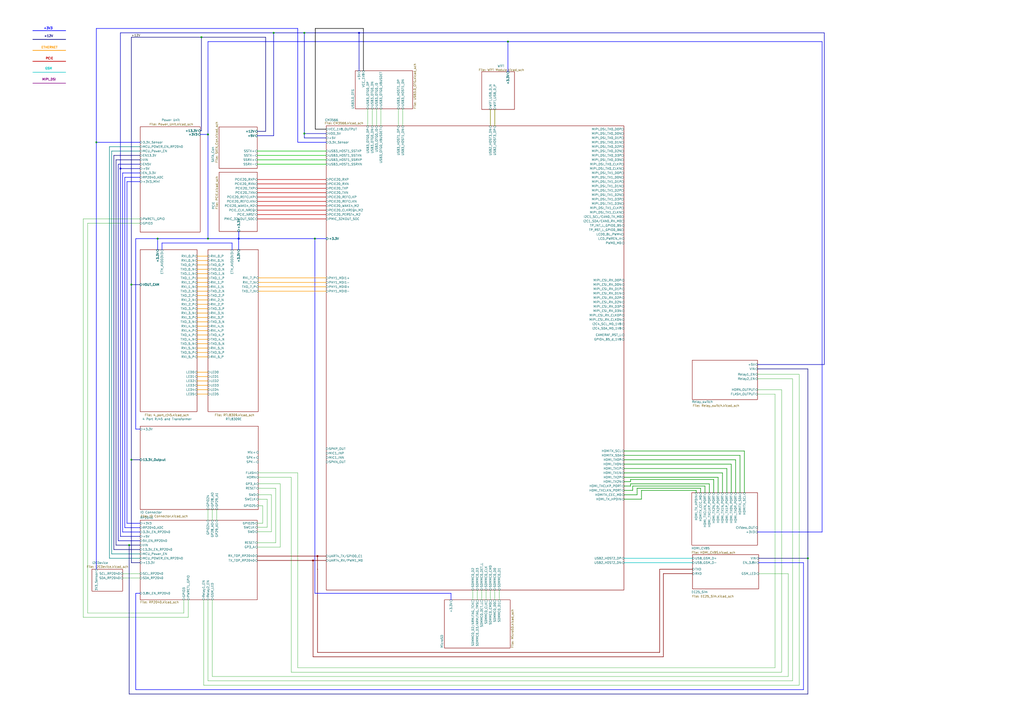
<source format=kicad_sch>
(kicad_sch
	(version 20231120)
	(generator "eeschema")
	(generator_version "8.0")
	(uuid "25e5aa8e-2696-44a3-8d3c-c2c53f2923cf")
	(paper "A2")
	(title_block
		(title "CamTracker")
		(date "2022-09-20")
		(rev "REV1")
		(company "SmartEQ Bilisim")
	)
	(lib_symbols)
	(junction
		(at 468.63 323.85)
		(diameter 0)
		(color 0 0 0 0)
		(uuid "03c0dcaa-9043-44a5-ba48-bf3f752d8fbc")
	)
	(junction
		(at 55.88 82.55)
		(diameter 0)
		(color 0 0 0 0)
		(uuid "24f3b251-46ce-4332-ae1f-b0cdc488d1e0")
	)
	(junction
		(at 176.53 19.05)
		(diameter 0)
		(color 0 0 0 0)
		(uuid "2dd9c1a4-c1ec-4794-8f09-77ee93b21b44")
	)
	(junction
		(at 138.43 138.43)
		(diameter 0)
		(color 0 0 255 1)
		(uuid "5d207cdc-f4cc-41ce-b197-44c7bc7f3d05")
	)
	(junction
		(at 120.65 77.9793)
		(diameter 0)
		(color 0 0 0 0)
		(uuid "7de044cb-6d65-4f23-95cd-1481fac3e916")
	)
	(junction
		(at 138.5095 138.43)
		(diameter 0)
		(color 0 0 0 0)
		(uuid "82c38ca0-ece7-4c66-a902-fd5a7b2e5ee8")
	)
	(junction
		(at 158.75 19.05)
		(diameter 0)
		(color 0 0 0 0)
		(uuid "89f0e20d-7b3c-4271-a3cf-b1eee4134476")
	)
	(junction
		(at 176.53 77.47)
		(diameter 0)
		(color 0 0 0 0)
		(uuid "93227ad1-b5f9-424e-be29-86a9db506232")
	)
	(junction
		(at 91.44 138.43)
		(diameter 0)
		(color 0 0 0 0)
		(uuid "984ae734-a3b3-4ac9-93ef-0f56c071a910")
	)
	(junction
		(at 181.61 325.12)
		(diameter 0)
		(color 132 0 0 1)
		(uuid "9da795e5-b32b-4757-84d3-b7e38b46c451")
	)
	(junction
		(at 182.654 138.43)
		(diameter 0)
		(color 0 0 0 0)
		(uuid "a7bcf305-8ffd-44ef-9e9e-ee7f55681a6b")
	)
	(junction
		(at 184.15 322.58)
		(diameter 0)
		(color 132 0 0 1)
		(uuid "ad9b150f-1792-4217-ba78-49d7cbb023db")
	)
	(junction
		(at 76.2 266.7)
		(diameter 0)
		(color 0 0 0 0)
		(uuid "afd2c755-b87b-458d-be8f-20a52899ae67")
	)
	(junction
		(at 74.93 316.23)
		(diameter 0)
		(color 0 0 0 0)
		(uuid "b8a30507-afcc-43b4-8398-057b99e34831")
	)
	(junction
		(at 76.2 165.1)
		(diameter 0)
		(color 0 0 0 0)
		(uuid "c0362575-2230-46c3-8a8f-3f59615f2701")
	)
	(junction
		(at 120.65 138.43)
		(diameter 0)
		(color 0 0 0 0)
		(uuid "d7c78919-2f2f-496d-88cd-9ff87b0b1420")
	)
	(junction
		(at 69.85 97.79)
		(diameter 0)
		(color 0 0 194 1)
		(uuid "e7e2bc8e-47a2-479d-a389-818a5064f826")
	)
	(junction
		(at 208.28 19.05)
		(diameter 0)
		(color 0 0 194 1)
		(uuid "f1bf3946-5f18-4ed2-a490-1844e754d4f3")
	)
	(junction
		(at 294.64 24.13)
		(diameter 0)
		(color 0 0 0 0)
		(uuid "f43a730f-855f-493e-a9dd-74558f1f8f16")
	)
	(junction
		(at 116.84 21.59)
		(diameter 0)
		(color 0 0 0 0)
		(uuid "fd77bc87-858b-48bc-8f63-66951b9bf5fb")
	)
	(wire
		(pts
			(xy 19.05 41.91) (xy 38.1 41.91)
		)
		(stroke
			(width 0.3048)
			(type default)
			(color 0 194 194 1)
		)
		(uuid "0019f591-c5a0-43c0-b4d7-07f1f8ead615")
	)
	(wire
		(pts
			(xy 416.56 276.86) (xy 416.56 285.75)
		)
		(stroke
			(width 0.3048)
			(type default)
		)
		(uuid "002f8749-e52b-40c2-afd0-2767a8c610e2")
	)
	(wire
		(pts
			(xy 116.84 75.8629) (xy 116.1387 75.8629)
		)
		(stroke
			(width 0.3048)
			(type default)
			(color 0 0 132 1)
		)
		(uuid "00c80c0a-c7d4-459c-898f-8aa5692a3d6e")
	)
	(wire
		(pts
			(xy 78.74 248.92) (xy 81.28 248.92)
		)
		(stroke
			(width 0.3048)
			(type default)
			(color 0 0 255 1)
		)
		(uuid "0315ae45-d827-4f40-91e5-706badf402ab")
	)
	(wire
		(pts
			(xy 361.95 323.85) (xy 401.7137 323.85)
		)
		(stroke
			(width 0.3048)
			(type default)
			(color 0 194 194 1)
		)
		(uuid "037c25a5-f731-490b-8f59-f7c2edf55636")
	)
	(wire
		(pts
			(xy 149.2754 121.92) (xy 189.23 121.92)
		)
		(stroke
			(width 0.3048)
			(type default)
			(color 194 0 0 1)
		)
		(uuid "03cf9e75-309c-4299-8e4e-330a1a25e306")
	)
	(wire
		(pts
			(xy 463.55 217.17) (xy 439.42 217.17)
		)
		(stroke
			(width 0)
			(type default)
		)
		(uuid "065a8f67-035d-47ba-9237-fd5d21bbd036")
	)
	(wire
		(pts
			(xy 429.26 264.16) (xy 429.26 285.75)
		)
		(stroke
			(width 0.3048)
			(type default)
		)
		(uuid "0682efd7-05fb-4c9a-907b-a5a3d12ac842")
	)
	(wire
		(pts
			(xy 149.86 161.1804) (xy 189.23 161.1804)
		)
		(stroke
			(width 0.3048)
			(type default)
			(color 255 153 0 1)
		)
		(uuid "092bb440-763f-489c-a15e-ea0f5fc41679")
	)
	(wire
		(pts
			(xy 149.2754 111.76) (xy 189.23 111.76)
		)
		(stroke
			(width 0.3048)
			(type default)
			(color 194 0 0 1)
		)
		(uuid "0944cf57-b934-49e1-a5e6-00d7d11f541e")
	)
	(wire
		(pts
			(xy 369.57 287.02) (xy 361.95 287.02)
		)
		(stroke
			(width 0.3048)
			(type default)
		)
		(uuid "09521fd6-4ba3-4c35-9f08-7744ad2d54fe")
	)
	(wire
		(pts
			(xy 114.3 207.01) (xy 120.65 207.01)
		)
		(stroke
			(width 0.3048)
			(type default)
			(color 255 153 0 1)
		)
		(uuid "09aa5386-abc3-4697-9877-85c664826dff")
	)
	(wire
		(pts
			(xy 118.11 397.51) (xy 118.11 347.98)
		)
		(stroke
			(width 0)
			(type default)
		)
		(uuid "0a7f5565-9baf-49d4-8ca1-cfa7a7abecda")
	)
	(wire
		(pts
			(xy 361.95 266.7) (xy 426.72 266.7)
		)
		(stroke
			(width 0.3048)
			(type default)
		)
		(uuid "0bcd6b0f-528d-45e8-adc2-c4434d0b75ef")
	)
	(wire
		(pts
			(xy 294.64 24.13) (xy 294.64 41.5542)
		)
		(stroke
			(width 0.3048)
			(type default)
			(color 0 0 255 1)
		)
		(uuid "0be90714-5f1e-4c96-a800-30a7a0750687")
	)
	(wire
		(pts
			(xy 361.95 264.16) (xy 429.26 264.16)
		)
		(stroke
			(width 0.3048)
			(type default)
		)
		(uuid "0bfcda1f-db71-4421-868b-c6b7cec42566")
	)
	(wire
		(pts
			(xy 149.225 95.25) (xy 189.23 95.25)
		)
		(stroke
			(width 0.3048)
			(type default)
			(color 0 194 0 1)
		)
		(uuid "0ccab8d8-1217-4a7f-a314-e25d98286e7a")
	)
	(wire
		(pts
			(xy 72.39 102.87) (xy 81.28 102.87)
		)
		(stroke
			(width 0.3048)
			(type default)
			(color 0 0 255 1)
		)
		(uuid "0ce83105-350b-458a-b4a3-3bd69087571c")
	)
	(wire
		(pts
			(xy 81.28 313.69) (xy 68.58 313.69)
		)
		(stroke
			(width 0.3048)
			(type default)
			(color 0 0 194 1)
		)
		(uuid "0d16a65f-8c1f-4a0e-8d0e-b1c68ad45d15")
	)
	(wire
		(pts
			(xy 453.39 226.06) (xy 453.39 389.89)
		)
		(stroke
			(width 0)
			(type default)
		)
		(uuid "10f97069-60a1-409a-a808-038ae98d7823")
	)
	(wire
		(pts
			(xy 189.23 161.1804) (xy 189.23 161.29)
		)
		(stroke
			(width 0)
			(type default)
		)
		(uuid "111a29ef-b4e0-452b-b8e6-41cba8696a7d")
	)
	(wire
		(pts
			(xy 414.02 278.13) (xy 365.76 278.13)
		)
		(stroke
			(width 0.3048)
			(type default)
		)
		(uuid "12e8cb56-884f-4c6d-b5a6-8d2680a6a423")
	)
	(wire
		(pts
			(xy 114.3 151.13) (xy 120.65 151.13)
		)
		(stroke
			(width 0.3048)
			(type default)
			(color 255 153 0 1)
		)
		(uuid "143d9e22-422d-440e-aad1-e9e77c69136d")
	)
	(wire
		(pts
			(xy 281.94 342.265) (xy 281.94 347.98)
		)
		(stroke
			(width 0)
			(type default)
		)
		(uuid "15fe3b87-bc90-496d-a990-601d33fea0cc")
	)
	(wire
		(pts
			(xy 365.76 281.94) (xy 361.95 281.94)
		)
		(stroke
			(width 0.3048)
			(type default)
		)
		(uuid "165c9c06-132a-428f-b737-e0260d2bde2f")
	)
	(wire
		(pts
			(xy 76.2 266.7) (xy 81.28 266.7)
		)
		(stroke
			(width 0.3048)
			(type default)
			(color 0 0 132 1)
		)
		(uuid "183bb170-b16b-4e6d-9025-bd3383ca2f2f")
	)
	(wire
		(pts
			(xy 68.58 95.25) (xy 81.28 95.25)
		)
		(stroke
			(width 0.3048)
			(type default)
			(color 0 0 194 1)
		)
		(uuid "18cd4866-fbf2-43ea-bef0-18b35028d3b3")
	)
	(wire
		(pts
			(xy 66.04 318.77) (xy 66.04 90.17)
		)
		(stroke
			(width 0.3048)
			(type default)
			(color 0 0 132 1)
		)
		(uuid "1982a252-dfcb-44e1-b0af-a27e49ccddfd")
	)
	(wire
		(pts
			(xy 138.5095 134.291) (xy 138.5095 138.43)
		)
		(stroke
			(width 0.3048)
			(type default)
			(color 0 0 255 1)
		)
		(uuid "1a58b5bd-6f55-485f-94a9-e26672af1bf6")
	)
	(wire
		(pts
			(xy 149.225 87.63) (xy 189.23 87.63)
		)
		(stroke
			(width 0.3048)
			(type default)
			(color 0 194 0 1)
		)
		(uuid "1abddcd3-7a69-457b-aadd-9550c5a8a0e7")
	)
	(wire
		(pts
			(xy 73.66 105.3558) (xy 73.66 303.53)
		)
		(stroke
			(width 0.3048)
			(type default)
			(color 0 0 255 1)
		)
		(uuid "1b0533ec-c59f-41d3-a372-002f0dbaa974")
	)
	(wire
		(pts
			(xy 149.225 325.12) (xy 181.61 325.12)
		)
		(stroke
			(width 0.3048)
			(type default)
			(color 132 0 0 1)
		)
		(uuid "1b962ecd-e7b9-49aa-894c-19342cd7c05f")
	)
	(wire
		(pts
			(xy 55.88 82.55) (xy 81.28 82.55)
		)
		(stroke
			(width 0.3048)
			(type default)
			(color 0 0 255 1)
		)
		(uuid "1bdf9411-5334-4d27-936d-7a0403c9ca0c")
	)
	(wire
		(pts
			(xy 19.05 48.26) (xy 38.1 48.26)
		)
		(stroke
			(width 0.3048)
			(type default)
			(color 132 0 132 1)
		)
		(uuid "1bed5693-1fc5-4078-abb2-93c056916fa0")
	)
	(wire
		(pts
			(xy 408.94 281.94) (xy 367.03 281.94)
		)
		(stroke
			(width 0.3048)
			(type default)
		)
		(uuid "1f0f5147-ed06-4c2c-bde8-4aa4ab1facd1")
	)
	(wire
		(pts
			(xy 81.28 303.53) (xy 73.66 303.53)
		)
		(stroke
			(width 0.3048)
			(type default)
			(color 0 0 255 1)
		)
		(uuid "1f40ebd5-73fc-46ca-ba68-f154d3b2b9ae")
	)
	(wire
		(pts
			(xy 114.3 189.23) (xy 120.65 189.23)
		)
		(stroke
			(width 0.3048)
			(type default)
			(color 255 153 0 1)
		)
		(uuid "20e2921e-3381-4857-a918-ce88680847df")
	)
	(wire
		(pts
			(xy 48.26 358.14) (xy 109.22 358.14)
		)
		(stroke
			(width 0)
			(type default)
		)
		(uuid "21de6090-16d7-4f21-bf3e-d11833fd115f")
	)
	(wire
		(pts
			(xy 411.48 280.67) (xy 365.76 280.67)
		)
		(stroke
			(width 0.3048)
			(type default)
		)
		(uuid "23998741-a11f-4e60-be65-08b8005e6df4")
	)
	(wire
		(pts
			(xy 120.65 24.13) (xy 294.64 24.13)
		)
		(stroke
			(width 0.3048)
			(type default)
			(color 0 0 255 1)
		)
		(uuid "245ce1db-7bd3-4c3c-90dc-cc59e034f16f")
	)
	(wire
		(pts
			(xy 50.8 355.6) (xy 50.8 129.54)
		)
		(stroke
			(width 0)
			(type default)
		)
		(uuid "24dd236b-87d1-4d44-b314-46d823b21387")
	)
	(wire
		(pts
			(xy 55.88 16.51) (xy 172.72 16.51)
		)
		(stroke
			(width 0.3048)
			(type default)
			(color 0 0 255 1)
		)
		(uuid "25297b47-d3c7-46c0-87ff-cab57df70daa")
	)
	(wire
		(pts
			(xy 55.88 330.2) (xy 55.88 82.55)
		)
		(stroke
			(width 0.3048)
			(type default)
			(color 0 0 255 1)
		)
		(uuid "25776150-dde4-48b9-a420-cf60b2dc5170")
	)
	(wire
		(pts
			(xy 476.885 308.61) (xy 439.42 308.61)
		)
		(stroke
			(width 0.3048)
			(type default)
			(color 0 0 255 1)
		)
		(uuid "2722adf2-10a3-4231-a999-8e648c2ffeb3")
	)
	(wire
		(pts
			(xy 120.65 295.5543) (xy 120.65 301.7806)
		)
		(stroke
			(width 0)
			(type default)
		)
		(uuid "27efba12-81b2-4754-a289-2a333f8d5796")
	)
	(wire
		(pts
			(xy 78.74 344.17) (xy 78.74 400.05)
		)
		(stroke
			(width 0.3048)
			(type default)
			(color 0 0 255 1)
		)
		(uuid "29964570-ce09-49ea-a08c-ede316899b1b")
	)
	(wire
		(pts
			(xy 64.77 321.31) (xy 64.77 87.63)
		)
		(stroke
			(width 0.3048)
			(type default)
			(color 0 132 132 1)
		)
		(uuid "2b34ea7a-faa2-419d-941b-8249abe40e02")
	)
	(wire
		(pts
			(xy 116.84 21.59) (xy 154.1117 21.59)
		)
		(stroke
			(width 0.3048)
			(type default)
			(color 0 0 132 1)
		)
		(uuid "2bfdb044-d998-4442-a68e-650c76f36c22")
	)
	(wire
		(pts
			(xy 72.39 306.07) (xy 72.39 102.87)
		)
		(stroke
			(width 0.3048)
			(type default)
			(color 0 0 255 1)
		)
		(uuid "2c38d549-3716-43bd-8067-2ae51f02cfbf")
	)
	(wire
		(pts
			(xy 478.155 211.455) (xy 439.42 211.455)
		)
		(stroke
			(width 0.3048)
			(type default)
			(color 0 0 194 1)
		)
		(uuid "2c3f3036-f869-4354-822b-30a79922fc5a")
	)
	(wire
		(pts
			(xy 74.93 316.23) (xy 74.93 402.59)
		)
		(stroke
			(width 0.3048)
			(type default)
			(color 0 0 132 1)
		)
		(uuid "2d4cb426-3518-467b-90e6-6baeb8737618")
	)
	(wire
		(pts
			(xy 361.95 271.78) (xy 421.64 271.78)
		)
		(stroke
			(width 0.3048)
			(type default)
		)
		(uuid "2e52c41c-80e3-4f6a-bf4e-40160f6c9d42")
	)
	(wire
		(pts
			(xy 138.43 138.43) (xy 138.43 144.78)
		)
		(stroke
			(width 0.3048)
			(type default)
			(color 0 0 255 1)
		)
		(uuid "2f91ea5c-8a09-4587-b839-bd5ea6f0368e")
	)
	(wire
		(pts
			(xy 172.72 16.51) (xy 172.72 82.55)
		)
		(stroke
			(width 0.3048)
			(type default)
			(color 0 0 255 1)
		)
		(uuid "304047c4-f7f7-4f4c-a305-e2a83e46ff21")
	)
	(wire
		(pts
			(xy 431.8 261.62) (xy 431.8 285.75)
		)
		(stroke
			(width 0.3048)
			(type default)
		)
		(uuid "306d4e4c-21ee-4c1e-a77b-aa09238fb62e")
	)
	(wire
		(pts
			(xy 463.55 397.51) (xy 118.11 397.51)
		)
		(stroke
			(width 0)
			(type default)
		)
		(uuid "310c14c1-0043-4bf5-8a4f-780187a9aea0")
	)
	(wire
		(pts
			(xy 158.75 19.05) (xy 158.75 78.74)
		)
		(stroke
			(width 0.3048)
			(type default)
			(color 0 0 194 1)
		)
		(uuid "3178b2c0-2229-488a-9c4b-7bdb410a043a")
	)
	(wire
		(pts
			(xy 284.48 63.5) (xy 284.48 73.025)
		)
		(stroke
			(width 0.3048)
			(type default)
			(color 132 132 0 1)
		)
		(uuid "326302f3-2cc4-4068-8995-7bc41f0c6433")
	)
	(wire
		(pts
			(xy 176.53 77.47) (xy 189.23 77.47)
		)
		(stroke
			(width 0.3048)
			(type default)
			(color 0 0 194 1)
		)
		(uuid "32e84e2a-7201-477e-8648-ed0d20470775")
	)
	(wire
		(pts
			(xy 439.42 226.06) (xy 453.39 226.06)
		)
		(stroke
			(width 0)
			(type default)
		)
		(uuid "3381e89c-4b5d-40f0-9b09-3818f3d63534")
	)
	(wire
		(pts
			(xy 369.57 283.21) (xy 369.57 287.02)
		)
		(stroke
			(width 0.3048)
			(type default)
		)
		(uuid "36865a17-1b46-4527-ba06-f55c2546c15c")
	)
	(wire
		(pts
			(xy 182.654 344.17) (xy 261.62 344.17)
		)
		(stroke
			(width 0.3048)
			(type default)
			(color 0 0 255 1)
		)
		(uuid "369ad202-9e33-46c4-bab8-9c029521f705")
	)
	(wire
		(pts
			(xy 81.28 318.77) (xy 66.04 318.77)
		)
		(stroke
			(width 0.3048)
			(type default)
			(color 0 0 132 1)
		)
		(uuid "37239a7b-cc3c-4c1d-a5ea-efe2dfe1cea4")
	)
	(wire
		(pts
			(xy 162.56 317.3452) (xy 149.225 317.3452)
		)
		(stroke
			(width 0)
			(type default)
		)
		(uuid "3736c670-cacd-4f01-b75c-c3f591d3fb5c")
	)
	(wire
		(pts
			(xy 449.58 387.35) (xy 449.58 228.6)
		)
		(stroke
			(width 0)
			(type default)
		)
		(uuid "37725191-dd78-40a1-b495-49cb6f555b81")
	)
	(wire
		(pts
			(xy 63.5 323.85) (xy 63.5 85.09)
		)
		(stroke
			(width 0.3048)
			(type default)
			(color 0 132 132 1)
		)
		(uuid "37fcc5f6-80d2-444e-997c-96d15d5d1d9f")
	)
	(wire
		(pts
			(xy 76.2 21.59) (xy 76.2 165.1)
		)
		(stroke
			(width 0.3048)
			(type default)
			(color 0 0 132 1)
		)
		(uuid "3910af0d-e245-4a6d-8799-003f15c92de9")
	)
	(wire
		(pts
			(xy 459.74 394.97) (xy 120.65 394.97)
		)
		(stroke
			(width 0)
			(type default)
		)
		(uuid "3933ebdd-2b0a-436a-bb94-6406e4925a54")
	)
	(wire
		(pts
			(xy 76.2 21.59) (xy 116.84 21.59)
		)
		(stroke
			(width 0.3048)
			(type default)
			(color 0 0 132 1)
		)
		(uuid "395e0087-cf97-4e0a-a8cf-7e00be5e8f42")
	)
	(wire
		(pts
			(xy 114.3 228.6) (xy 120.65 228.6)
		)
		(stroke
			(width 0.3048)
			(type default)
			(color 255 153 0 1)
		)
		(uuid "396c5b5b-b293-4835-b6ec-08ca5fd38848")
	)
	(wire
		(pts
			(xy 114.3 218.44) (xy 120.65 218.44)
		)
		(stroke
			(width 0.3048)
			(type default)
			(color 255 153 0 1)
		)
		(uuid "3d069700-b651-47f8-bc84-3d82bee26341")
	)
	(wire
		(pts
			(xy 215.9 63.1638) (xy 215.9 73.025)
		)
		(stroke
			(width 0)
			(type default)
		)
		(uuid "3df09c75-43b0-446e-9b55-e003d8b30816")
	)
	(wire
		(pts
			(xy 361.95 276.86) (xy 416.56 276.86)
		)
		(stroke
			(width 0.3048)
			(type default)
		)
		(uuid "3e1fbeba-92ed-4504-8f6f-964aab8dd2dc")
	)
	(wire
		(pts
			(xy 176.53 19.05) (xy 208.28 19.05)
		)
		(stroke
			(width 0.3048)
			(type default)
			(color 0 0 194 1)
		)
		(uuid "3fb019f2-bffd-4870-b047-6c54c3f9d691")
	)
	(wire
		(pts
			(xy 138.43 138.43) (xy 138.5095 138.43)
		)
		(stroke
			(width 0.3048)
			(type default)
			(color 0 0 255 1)
		)
		(uuid "3ff00b11-384e-4bb8-8efe-f8f03151dac2")
	)
	(wire
		(pts
			(xy 149.2754 104.14) (xy 189.23 104.14)
		)
		(stroke
			(width 0.3048)
			(type default)
			(color 194 0 0 1)
		)
		(uuid "41cf3077-ecff-4391-b30d-678600362bdf")
	)
	(wire
		(pts
			(xy 71.12 100.33) (xy 81.28 100.33)
		)
		(stroke
			(width 0.3048)
			(type default)
			(color 0 0 255 1)
		)
		(uuid "43200927-77bd-4015-afa4-45e859c6cafc")
	)
	(wire
		(pts
			(xy 172.72 387.35) (xy 449.58 387.35)
		)
		(stroke
			(width 0)
			(type default)
		)
		(uuid "432287bf-21f7-4cc1-ac67-cb62b3af48df")
	)
	(wire
		(pts
			(xy 149.2754 124.46) (xy 189.23 124.46)
		)
		(stroke
			(width 0.3048)
			(type default)
			(color 194 0 0 1)
		)
		(uuid "444ee63f-19b9-4bc4-bd7a-62eadeebc263")
	)
	(wire
		(pts
			(xy 181.61 381) (xy 384.81 381)
		)
		(stroke
			(width 0.3048)
			(type default)
			(color 132 0 0 1)
		)
		(uuid "451418a7-622f-4ef9-b994-969df314f2f8")
	)
	(wire
		(pts
			(xy 176.53 19.05) (xy 176.53 77.47)
		)
		(stroke
			(width 0.3048)
			(type default)
			(color 0 0 194 1)
		)
		(uuid "4560c1e6-e38d-4d1f-805c-5e89111095af")
	)
	(wire
		(pts
			(xy 439.42 219.71) (xy 459.74 219.71)
		)
		(stroke
			(width 0)
			(type default)
		)
		(uuid "46df17fb-f664-4b5f-a29d-0845108244af")
	)
	(wire
		(pts
			(xy 114.3 191.77) (xy 120.65 191.77)
		)
		(stroke
			(width 0.3048)
			(type default)
			(color 255 153 0 1)
		)
		(uuid "46e5529d-2499-4650-a5cc-2533bc08370d")
	)
	(wire
		(pts
			(xy 289.56 342.265) (xy 289.56 347.98)
		)
		(stroke
			(width 0)
			(type default)
		)
		(uuid "471966c4-0c32-4458-b009-58118fb83a99")
	)
	(wire
		(pts
			(xy 68.58 313.69) (xy 68.58 95.25)
		)
		(stroke
			(width 0.3048)
			(type default)
			(color 0 0 194 1)
		)
		(uuid "480198a8-0949-4a5f-ab24-5c7a2e26819b")
	)
	(wire
		(pts
			(xy 154.1117 21.59) (xy 154.1117 76.2)
		)
		(stroke
			(width 0.3048)
			(type default)
			(color 0 0 132 1)
		)
		(uuid "4834dc3e-8bbd-4981-85e9-ef99d9976041")
	)
	(wire
		(pts
			(xy 424.18 269.24) (xy 424.18 285.75)
		)
		(stroke
			(width 0.3048)
			(type default)
		)
		(uuid "490c2485-0ca8-4154-b65a-8d43a70dae70")
	)
	(wire
		(pts
			(xy 176.53 77.47) (xy 176.53 80.01)
		)
		(stroke
			(width 0.3048)
			(type default)
			(color 0 0 194 1)
		)
		(uuid "499ebf6e-d463-4824-bf53-d2c79e0d1cd9")
	)
	(wire
		(pts
			(xy 149.2754 116.84) (xy 189.23 116.84)
		)
		(stroke
			(width 0.3048)
			(type default)
			(color 194 0 0 1)
		)
		(uuid "4a4912db-8c82-4cff-b7f9-6f3e2ef82cce")
	)
	(wire
		(pts
			(xy 67.31 92.71) (xy 81.28 92.71)
		)
		(stroke
			(width 0.3048)
			(type default)
			(color 0 0 132 1)
		)
		(uuid "4b8490f9-d449-4ecd-a870-259a1aa53256")
	)
	(wire
		(pts
			(xy 406.4 283.21) (xy 369.57 283.21)
		)
		(stroke
			(width 0.3048)
			(type default)
		)
		(uuid "4c062211-bf2d-4c8f-996c-2a2f90633e6b")
	)
	(wire
		(pts
			(xy 149.225 322.58) (xy 149.225 322.4252)
		)
		(stroke
			(width 0)
			(type default)
		)
		(uuid "4c638e9a-245d-4640-9d08-fcc8cd62c0b6")
	)
	(wire
		(pts
			(xy 365.76 279.4) (xy 361.95 279.4)
		)
		(stroke
			(width 0.3048)
			(type default)
		)
		(uuid "4d1d5f1c-90b0-4fa1-b7dc-21e2a293ceb9")
	)
	(wire
		(pts
			(xy 81.28 127) (xy 48.26 127)
		)
		(stroke
			(width 0)
			(type default)
		)
		(uuid "4e80fb99-01f2-4a36-834a-48cdf78c1d78")
	)
	(wire
		(pts
			(xy 138.5095 138.43) (xy 182.654 138.43)
		)
		(stroke
			(width 0.3048)
			(type default)
			(color 0 0 255 1)
		)
		(uuid "4e88e3e3-f76b-4bbc-ba02-4fe2c1f15a7a")
	)
	(wire
		(pts
			(xy 184.15 322.58) (xy 189.23 322.58)
		)
		(stroke
			(width 0.3048)
			(type default)
			(color 132 0 0 1)
		)
		(uuid "4e9bdb4c-13c0-4562-a777-c6704fc45c0b")
	)
	(wire
		(pts
			(xy 114.3 186.69) (xy 120.65 186.69)
		)
		(stroke
			(width 0.3048)
			(type default)
			(color 255 153 0 1)
		)
		(uuid "4ec72820-c250-483a-818e-b8e0d8c80a84")
	)
	(wire
		(pts
			(xy 149.2754 106.68) (xy 189.23 106.68)
		)
		(stroke
			(width 0.3048)
			(type default)
			(color 194 0 0 1)
		)
		(uuid "4f11d024-9308-4311-bc43-b0ed0600114d")
	)
	(wire
		(pts
			(xy 93.98 144.78) (xy 93.98 140.97)
		)
		(stroke
			(width 0.3048)
			(type default)
			(color 0 0 255 1)
		)
		(uuid "515d0ae8-ca74-4842-9527-8dacced0fef3")
	)
	(wire
		(pts
			(xy 120.65 347.98) (xy 120.65 394.97)
		)
		(stroke
			(width 0)
			(type default)
		)
		(uuid "51f24a8f-5eb3-4aa2-ab5f-c21132772021")
	)
	(wire
		(pts
			(xy 114.3 201.93) (xy 120.65 201.93)
		)
		(stroke
			(width 0.3048)
			(type default)
			(color 255 153 0 1)
		)
		(uuid "521bfa9d-99b6-4903-94c3-b3a13df7c52e")
	)
	(wire
		(pts
			(xy 457.2 332.74) (xy 457.2 392.43)
		)
		(stroke
			(width 0)
			(type default)
		)
		(uuid "5485bdee-279e-4212-acf7-af7876cd43d8")
	)
	(wire
		(pts
			(xy 384.81 332.74) (xy 401.7137 332.74)
		)
		(stroke
			(width 0.3048)
			(type default)
			(color 132 0 0 1)
		)
		(uuid "5559f4b1-b871-4682-b937-0000265e7639")
	)
	(wire
		(pts
			(xy 81.28 323.85) (xy 63.5 323.85)
		)
		(stroke
			(width 0.3048)
			(type default)
			(color 0 132 132 1)
		)
		(uuid "55a79d67-5518-4acd-85c7-afb79de739f4")
	)
	(wire
		(pts
			(xy 162.56 280.67) (xy 162.56 317.3452)
		)
		(stroke
			(width 0)
			(type default)
		)
		(uuid "56175ec8-8880-4af1-a1ef-cf2a9918f070")
	)
	(wire
		(pts
			(xy 55.88 82.55) (xy 55.88 16.51)
		)
		(stroke
			(width 0.3048)
			(type default)
			(color 0 0 255 1)
		)
		(uuid "58f97153-524c-47f2-b646-b58585ebc015")
	)
	(wire
		(pts
			(xy 403.86 284.48) (xy 403.86 285.75)
		)
		(stroke
			(width 0.3048)
			(type default)
		)
		(uuid "595538ee-caff-49f7-a3cd-c5813145a2d4")
	)
	(wire
		(pts
			(xy 149.225 303.53) (xy 152.4 303.53)
		)
		(stroke
			(width 0)
			(type default)
		)
		(uuid "598d2e9d-e177-4979-b0ef-2d3b9bce85a6")
	)
	(wire
		(pts
			(xy 114.3 171.45) (xy 120.65 171.45)
		)
		(stroke
			(width 0.3048)
			(type default)
			(color 255 153 0 1)
		)
		(uuid "59bae338-7369-41f9-8215-f37aa0bbc2b3")
	)
	(wire
		(pts
			(xy 106.68 347.98) (xy 106.68 355.6)
		)
		(stroke
			(width 0)
			(type default)
		)
		(uuid "5a2b9518-689d-4881-a991-48613fd70524")
	)
	(wire
		(pts
			(xy 149.225 308.4552) (xy 157.48 308.4552)
		)
		(stroke
			(width 0)
			(type default)
		)
		(uuid "5aeeb9b1-22e8-4ec1-a9e5-bcccfa079ce4")
	)
	(wire
		(pts
			(xy 19.05 17.78) (xy 38.1 17.78)
		)
		(stroke
			(width 0.381)
			(type default)
			(color 0 0 255 1)
		)
		(uuid "5b1f3dae-daef-4b1c-9a33-b2a93992e560")
	)
	(wire
		(pts
			(xy 149.2754 109.22) (xy 189.23 109.22)
		)
		(stroke
			(width 0.3048)
			(type default)
			(color 194 0 0 1)
		)
		(uuid "5c27bebf-9762-4aba-abd1-16c7927939c0")
	)
	(wire
		(pts
			(xy 208.28 19.05) (xy 478.155 19.05)
		)
		(stroke
			(width 0.3048)
			(type default)
			(color 0 0 194 1)
		)
		(uuid "5e1f4a59-1a0d-4cb4-9758-c270291dcb9f")
	)
	(wire
		(pts
			(xy 276.86 342.265) (xy 276.86 347.98)
		)
		(stroke
			(width 0)
			(type default)
		)
		(uuid "5e2e5038-a601-43c8-813e-8975509405c0")
	)
	(wire
		(pts
			(xy 114.3 181.61) (xy 120.65 181.61)
		)
		(stroke
			(width 0.3048)
			(type default)
			(color 255 153 0 1)
		)
		(uuid "5e32532e-42b3-4652-8727-d30a8374f200")
	)
	(wire
		(pts
			(xy 478.155 19.05) (xy 478.155 211.455)
		)
		(stroke
			(width 0.3048)
			(type default)
			(color 0 0 194 1)
		)
		(uuid "61406bcf-b088-4be2-a6bf-eb6596cb8ac3")
	)
	(wire
		(pts
			(xy 74.93 316.23) (xy 67.31 316.23)
		)
		(stroke
			(width 0.3048)
			(type default)
			(color 0 0 132 1)
		)
		(uuid "61637abd-1c4b-46d4-bf77-833539699ee1")
	)
	(wire
		(pts
			(xy 114.3 223.52) (xy 120.65 223.52)
		)
		(stroke
			(width 0.3048)
			(type default)
			(color 255 153 0 1)
		)
		(uuid "618947e7-c4d2-48cf-a3d1-7d699f3cd388")
	)
	(wire
		(pts
			(xy 78.74 400.05) (xy 466.09 400.05)
		)
		(stroke
			(width 0.3048)
			(type default)
			(color 0 0 255 1)
		)
		(uuid "61e15258-cdae-4700-9a9f-7a8da54a2905")
	)
	(wire
		(pts
			(xy 287.02 342.265) (xy 287.02 347.98)
		)
		(stroke
			(width 0)
			(type default)
		)
		(uuid "62bbb041-1b97-4af2-acce-80c4d66b73f2")
	)
	(wire
		(pts
			(xy 476.885 24.13) (xy 476.885 308.61)
		)
		(stroke
			(width 0.3048)
			(type default)
			(color 0 0 255 1)
		)
		(uuid "62ffb04c-05a1-4bb4-813f-af13db0cfca6")
	)
	(wire
		(pts
			(xy 120.65 138.43) (xy 91.44 138.43)
		)
		(stroke
			(width 0.3048)
			(type default)
			(color 0 0 255 1)
		)
		(uuid "63362319-e5f9-4927-814f-c9496504e554")
	)
	(wire
		(pts
			(xy 233.68 63.1638) (xy 233.68 73.025)
		)
		(stroke
			(width 0)
			(type default)
		)
		(uuid "642be3d8-695b-4db5-8ff0-749989a9d9e5")
	)
	(wire
		(pts
			(xy 411.48 280.67) (xy 411.48 285.75)
		)
		(stroke
			(width 0.3048)
			(type default)
		)
		(uuid "64798d43-02ba-438c-b2f7-bc1bd2b357cb")
	)
	(wire
		(pts
			(xy 149.2754 119.38) (xy 189.23 119.38)
		)
		(stroke
			(width 0.3048)
			(type default)
			(color 194 0 0 1)
		)
		(uuid "64d35dda-4259-475f-a71b-d0a4b1b2f7b6")
	)
	(wire
		(pts
			(xy 367.03 284.48) (xy 361.95 284.48)
		)
		(stroke
			(width 0.3048)
			(type default)
		)
		(uuid "66210c38-cb85-41de-ab8b-fe8e8b182d82")
	)
	(wire
		(pts
			(xy 182.88 16.51) (xy 182.88 74.93)
		)
		(stroke
			(width 0.3048)
			(type default)
			(color 0 0 0 1)
		)
		(uuid "690dd6aa-0165-4eaa-89d9-b944399f6437")
	)
	(wire
		(pts
			(xy 134.62 140.97) (xy 134.62 144.78)
		)
		(stroke
			(width 0.3048)
			(type default)
			(color 0 0 255 1)
		)
		(uuid "69394446-c757-4d11-8a7d-602e6edaf038")
	)
	(wire
		(pts
			(xy 149.225 322.58) (xy 184.15 322.58)
		)
		(stroke
			(width 0.3048)
			(type default)
			(color 132 0 0 1)
		)
		(uuid "6d7c479c-d9c7-4474-ac9e-2ac59d82cb1b")
	)
	(wire
		(pts
			(xy 74.93 402.59) (xy 468.63 402.59)
		)
		(stroke
			(width 0.3048)
			(type default)
			(color 0 0 132 1)
		)
		(uuid "6dec793a-fad5-401f-b39c-8622b0a0006c")
	)
	(wire
		(pts
			(xy 365.76 280.67) (xy 365.76 281.94)
		)
		(stroke
			(width 0.3048)
			(type default)
		)
		(uuid "6e8ba6ef-b22a-4850-a20e-e841b00290dd")
	)
	(wire
		(pts
			(xy 114.3 204.47) (xy 120.65 204.47)
		)
		(stroke
			(width 0.3048)
			(type default)
			(color 255 153 0 1)
		)
		(uuid "6f052b6e-2092-4ad9-a150-476700c59297")
	)
	(wire
		(pts
			(xy 440.055 323.85) (xy 468.63 323.85)
		)
		(stroke
			(width 0.3048)
			(type default)
			(color 0 0 132 1)
		)
		(uuid "6f570d1a-9634-4d90-ba7f-412a7da0a77f")
	)
	(wire
		(pts
			(xy 109.22 358.14) (xy 109.22 347.98)
		)
		(stroke
			(width 0)
			(type default)
		)
		(uuid "6fd9482d-ecae-4b92-a321-b1e3f4301550")
	)
	(wire
		(pts
			(xy 157.48 308.4552) (xy 157.48 287.02)
		)
		(stroke
			(width 0)
			(type default)
		)
		(uuid "6fdea7ce-54d5-4783-a8c8-23c181823004")
	)
	(wire
		(pts
			(xy 463.55 217.17) (xy 463.55 397.51)
		)
		(stroke
			(width 0)
			(type default)
		)
		(uuid "71977168-e528-4dcc-b3ef-91e8269292d8")
	)
	(wire
		(pts
			(xy 168.91 276.86) (xy 168.91 389.89)
		)
		(stroke
			(width 0)
			(type default)
		)
		(uuid "7326b0a3-d9f1-4c31-8506-4159649ed9ea")
	)
	(wire
		(pts
			(xy 261.62 344.17) (xy 261.62 347.98)
		)
		(stroke
			(width 0.3048)
			(type default)
			(color 0 0 255 1)
		)
		(uuid "74806f34-2f84-4119-bf1c-f678e4edf9ec")
	)
	(wire
		(pts
			(xy 220.98 63.1638) (xy 220.98 73.025)
		)
		(stroke
			(width 0)
			(type default)
		)
		(uuid "7571d0c2-3efb-4735-adc9-379fd0aac4fa")
	)
	(wire
		(pts
			(xy 158.75 78.74) (xy 149.225 78.74)
		)
		(stroke
			(width 0.3048)
			(type default)
			(color 0 0 194 1)
		)
		(uuid "758bbd21-bdef-418d-95f4-834d95770886")
	)
	(wire
		(pts
			(xy 19.05 35.56) (xy 38.1 35.56)
		)
		(stroke
			(width 0.381)
			(type default)
			(color 194 0 0 1)
		)
		(uuid "76b282ce-0f26-416c-8751-54bdbd79ff6d")
	)
	(wire
		(pts
			(xy 372.11 289.56) (xy 361.95 289.56)
		)
		(stroke
			(width 0.3048)
			(type default)
		)
		(uuid "7707f71c-3a0e-4b94-a0c6-785050d35f2b")
	)
	(wire
		(pts
			(xy 426.72 266.7) (xy 426.72 285.75)
		)
		(stroke
			(width 0.3048)
			(type default)
		)
		(uuid "77880d7a-e10b-4ae3-b5cd-ea2c752bbad9")
	)
	(wire
		(pts
			(xy 406.4 283.21) (xy 406.4 285.75)
		)
		(stroke
			(width 0.3048)
			(type default)
		)
		(uuid "79fad01f-0f8b-405e-856b-1ba1c00e8466")
	)
	(wire
		(pts
			(xy 76.2 165.1) (xy 76.2 266.7)
		)
		(stroke
			(width 0.3048)
			(type default)
			(color 0 0 132 1)
		)
		(uuid "7a614419-537a-4ad9-a13e-bcd1615d5175")
	)
	(wire
		(pts
			(xy 64.77 321.31) (xy 81.28 321.31)
		)
		(stroke
			(width 0.3048)
			(type default)
			(color 0 132 132 1)
		)
		(uuid "7c4fa0a3-4fc6-4120-9cbd-72601dbc689f")
	)
	(wire
		(pts
			(xy 114.3 196.85) (xy 120.65 196.85)
		)
		(stroke
			(width 0.3048)
			(type default)
			(color 255 153 0 1)
		)
		(uuid "7cf19e35-e2fd-4e6c-a12b-c5e062fa604f")
	)
	(wire
		(pts
			(xy 231.14 63.1638) (xy 231.14 73.025)
		)
		(stroke
			(width 0)
			(type default)
		)
		(uuid "7d6b65d0-c25f-43b7-8147-f39805b92d91")
	)
	(wire
		(pts
			(xy 172.72 274.32) (xy 172.72 387.35)
		)
		(stroke
			(width 0)
			(type default)
		)
		(uuid "7e4e3486-025b-4c40-a087-07271d0730af")
	)
	(wire
		(pts
			(xy 67.31 316.23) (xy 67.31 92.71)
		)
		(stroke
			(width 0.3048)
			(type default)
			(color 0 0 132 1)
		)
		(uuid "7eca514b-e8fe-4fa2-8562-40ceae00afe5")
	)
	(wire
		(pts
			(xy 106.68 355.6) (xy 50.8 355.6)
		)
		(stroke
			(width 0)
			(type default)
		)
		(uuid "8309d362-fbeb-4794-803a-72b903601c46")
	)
	(wire
		(pts
			(xy 181.61 325.12) (xy 189.23 325.12)
		)
		(stroke
			(width 0.3048)
			(type default)
			(color 132 0 0 1)
		)
		(uuid "835f30eb-576d-4363-83a7-d29f34165fc2")
	)
	(wire
		(pts
			(xy 114.3 215.9) (xy 120.65 215.9)
		)
		(stroke
			(width 0.3048)
			(type default)
			(color 255 153 0 1)
		)
		(uuid "836d6dbd-5075-4468-9778-cea95b119b7f")
	)
	(wire
		(pts
			(xy 114.3 173.99) (xy 120.65 173.99)
		)
		(stroke
			(width 0.3048)
			(type default)
			(color 255 153 0 1)
		)
		(uuid "843b6e38-528f-4a03-89b8-25b9ec6bea5d")
	)
	(wire
		(pts
			(xy 123.19 392.43) (xy 457.2 392.43)
		)
		(stroke
			(width 0)
			(type default)
		)
		(uuid "8497a278-5595-4dca-b9ec-2ea35e43e047")
	)
	(wire
		(pts
			(xy 123.19 347.98) (xy 123.19 392.43)
		)
		(stroke
			(width 0)
			(type default)
		)
		(uuid "8521e541-95c1-4dd8-83f8-6b6bde664fd4")
	)
	(wire
		(pts
			(xy 149.86 280.67) (xy 162.56 280.67)
		)
		(stroke
			(width 0)
			(type default)
		)
		(uuid "865d6b2a-75d7-415c-b0f8-8b08543f6fab")
	)
	(wire
		(pts
			(xy 76.2 326.39) (xy 81.28 326.39)
		)
		(stroke
			(width 0.3048)
			(type default)
			(color 0 0 132 1)
		)
		(uuid "87076b5b-4395-43f8-8bb7-a76f92175093")
	)
	(wire
		(pts
			(xy 382.6637 330.2) (xy 401.7137 330.2)
		)
		(stroke
			(width 0.3048)
			(type default)
			(color 132 0 0 1)
		)
		(uuid "892fcf29-4a6f-4a1d-8a3e-c78fb0f47683")
	)
	(wire
		(pts
			(xy 71.12 308.61) (xy 71.12 100.33)
		)
		(stroke
			(width 0.3048)
			(type default)
			(color 0 0 255 1)
		)
		(uuid "8a515461-77a0-44ea-aa12-57599c66f21f")
	)
	(wire
		(pts
			(xy 19.05 22.86) (xy 38.1 22.86)
		)
		(stroke
			(width 0.381)
			(type default)
			(color 0 0 132 1)
		)
		(uuid "8a82a01e-6d46-4fd3-b740-f361a5a1c738")
	)
	(wire
		(pts
			(xy 66.04 90.17) (xy 81.28 90.17)
		)
		(stroke
			(width 0.3048)
			(type default)
			(color 0 0 132 1)
		)
		(uuid "8c002b88-b3d4-480b-a872-e25c82923784")
	)
	(wire
		(pts
			(xy 468.63 323.85) (xy 468.63 402.59)
		)
		(stroke
			(width 0.3048)
			(type default)
			(color 0 0 132 1)
		)
		(uuid "8e3e3c5a-2b44-4d8d-8ab2-527f7d108dd6")
	)
	(wire
		(pts
			(xy 69.85 19.05) (xy 158.75 19.05)
		)
		(stroke
			(width 0.3048)
			(type default)
			(color 0 0 194 1)
		)
		(uuid "8e9f4dfd-efa5-43f0-8923-563616fcdde1")
	)
	(wire
		(pts
			(xy 367.03 281.94) (xy 367.03 284.48)
		)
		(stroke
			(width 0.3048)
			(type default)
		)
		(uuid "8f23962a-f2a8-4c92-82e5-866894d051a8")
	)
	(wire
		(pts
			(xy 73.66 105.3558) (xy 81.28 105.3558)
		)
		(stroke
			(width 0.3048)
			(type default)
			(color 0 0 255 1)
		)
		(uuid "8f82db96-396b-4349-ab03-f0d3cb305a1c")
	)
	(wire
		(pts
			(xy 114.3 158.75) (xy 120.65 158.75)
		)
		(stroke
			(width 0.3048)
			(type default)
			(color 255 153 0 1)
		)
		(uuid "913dcc6c-a0b3-44f4-b02d-35267e54ac86")
	)
	(wire
		(pts
			(xy 64.77 87.63) (xy 81.28 87.63)
		)
		(stroke
			(width 0.3048)
			(type default)
			(color 0 132 132 1)
		)
		(uuid "93e1d905-8380-4fe5-825a-c11e76f445db")
	)
	(wire
		(pts
			(xy 284.48 342.265) (xy 284.48 347.98)
		)
		(stroke
			(width 0)
			(type default)
		)
		(uuid "941c7996-02f8-4914-8f07-99a584ab54a8")
	)
	(wire
		(pts
			(xy 184.1872 378.46) (xy 382.6637 378.46)
		)
		(stroke
			(width 0.3048)
			(type default)
			(color 132 0 0 1)
		)
		(uuid "952048fd-2d05-4cb5-bfef-65268bbc4da9")
	)
	(wire
		(pts
			(xy 168.91 389.89) (xy 453.39 389.89)
		)
		(stroke
			(width 0)
			(type default)
		)
		(uuid "9527c871-f52b-4ad8-8b72-475a0935ec39")
	)
	(wire
		(pts
			(xy 114.3 166.37) (xy 120.65 166.37)
		)
		(stroke
			(width 0.3048)
			(type default)
			(color 255 153 0 1)
		)
		(uuid "957c8d5b-b3cf-4131-8ae1-56d579f96e68")
	)
	(wire
		(pts
			(xy 114.3 184.15) (xy 120.65 184.15)
		)
		(stroke
			(width 0.3048)
			(type default)
			(color 255 153 0 1)
		)
		(uuid "9a11e31a-a895-4b8f-a65b-c752d51b730c")
	)
	(wire
		(pts
			(xy 210.82 16.51) (xy 182.88 16.51)
		)
		(stroke
			(width 0.3048)
			(type default)
			(color 0 0 0 1)
		)
		(uuid "9bf925f1-cce7-4e29-90eb-e642b7964e7e")
	)
	(wire
		(pts
			(xy 421.64 271.78) (xy 421.64 285.75)
		)
		(stroke
			(width 0.3048)
			(type default)
		)
		(uuid "9debf051-0a33-471d-af2d-b897c57c35e8")
	)
	(wire
		(pts
			(xy 71.12 332.74) (xy 81.28 332.74)
		)
		(stroke
			(width 0)
			(type default)
		)
		(uuid "9f7d6379-b019-41d0-b26f-8607a83d0746")
	)
	(wire
		(pts
			(xy 149.86 274.32) (xy 172.72 274.32)
		)
		(stroke
			(width 0)
			(type default)
		)
		(uuid "a1244435-1990-4980-8e62-b8d2e3005f3e")
	)
	(wire
		(pts
			(xy 176.53 80.01) (xy 189.23 80.01)
		)
		(stroke
			(width 0.3048)
			(type default)
			(color 0 0 194 1)
		)
		(uuid "a18bc51a-3038-436b-9d16-5fb53f69019b")
	)
	(wire
		(pts
			(xy 184.1872 330.2) (xy 184.1872 378.46)
		)
		(stroke
			(width 0.3048)
			(type default)
			(color 132 0 0 1)
		)
		(uuid "a2141ce8-d054-49d0-a552-cecfcab3af62")
	)
	(wire
		(pts
			(xy 81.28 306.07) (xy 72.39 306.07)
		)
		(stroke
			(width 0.3048)
			(type default)
			(color 0 0 255 1)
		)
		(uuid "a3662121-3116-42b2-bbb3-7c10cf93f49c")
	)
	(wire
		(pts
			(xy 213.36 63.1638) (xy 213.36 73.025)
		)
		(stroke
			(width 0)
			(type default)
		)
		(uuid "a5ac6c46-552b-4f2f-a552-c1293857b266")
	)
	(wire
		(pts
			(xy 294.64 24.13) (xy 476.885 24.13)
		)
		(stroke
			(width 0.3048)
			(type default)
			(color 0 0 255 1)
		)
		(uuid "a6008cc9-3e6a-4b7b-bebe-50fcabe8eff6")
	)
	(wire
		(pts
			(xy 157.48 287.02) (xy 149.86 287.02)
		)
		(stroke
			(width 0)
			(type default)
		)
		(uuid "a73d9481-317c-4cd1-aebb-f732e3519065")
	)
	(wire
		(pts
			(xy 210.82 16.51) (xy 210.82 41)
		)
		(stroke
			(width 0.3048)
			(type default)
			(color 0 0 0 1)
		)
		(uuid "a793435c-32f8-490a-bdc2-ece006a5182e")
	)
	(wire
		(pts
			(xy 120.65 138.43) (xy 138.43 138.43)
		)
		(stroke
			(width 0.3048)
			(type default)
			(color 0 0 255 1)
		)
		(uuid "a8687976-8601-4a19-82c0-e95f59b1479f")
	)
	(wire
		(pts
			(xy 81.28 316.23) (xy 74.93 316.23)
		)
		(stroke
			(width 0.3048)
			(type default)
			(color 0 0 132 1)
		)
		(uuid "a98f729c-6a3d-49d4-86db-f0fae81feb67")
	)
	(wire
		(pts
			(xy 154.94 289.56) (xy 154.94 305.9152)
		)
		(stroke
			(width 0)
			(type default)
		)
		(uuid "aa1d57e8-874f-495d-a24e-d26086ec9742")
	)
	(wire
		(pts
			(xy 114.3 194.31) (xy 120.65 194.31)
		)
		(stroke
			(width 0.3048)
			(type default)
			(color 255 153 0 1)
		)
		(uuid "aace8171-466f-4eb7-96c5-3a475f635f34")
	)
	(wire
		(pts
			(xy 81.28 308.61) (xy 71.12 308.61)
		)
		(stroke
			(width 0.3048)
			(type default)
			(color 0 0 255 1)
		)
		(uuid "aeec3b2a-538e-4627-ad71-88f04f41b040")
	)
	(wire
		(pts
			(xy 365.76 278.13) (xy 365.76 279.4)
		)
		(stroke
			(width 0.3048)
			(type default)
		)
		(uuid "b0949f98-00b5-4f76-a16d-aab0b7bd2f5d")
	)
	(wire
		(pts
			(xy 149.2754 127) (xy 189.23 127)
		)
		(stroke
			(width 0.3048)
			(type default)
			(color 194 0 0 1)
		)
		(uuid "b0c7222f-f152-40bc-a33d-9b511086ba80")
	)
	(wire
		(pts
			(xy 468.63 323.85) (xy 468.63 213.995)
		)
		(stroke
			(width 0.3048)
			(type default)
			(color 0 0 132 1)
		)
		(uuid "b25f2dfa-2b9e-484f-a14c-9d3f486c6ee7")
	)
	(wire
		(pts
			(xy 114.3 220.98) (xy 120.65 220.98)
		)
		(stroke
			(width 0.3048)
			(type default)
			(color 255 153 0 1)
		)
		(uuid "b41a239f-12ac-4d96-a33f-3b54d764a971")
	)
	(wire
		(pts
			(xy 403.86 284.48) (xy 372.11 284.48)
		)
		(stroke
			(width 0.3048)
			(type default)
		)
		(uuid "b6fd6d21-fd5a-4180-a1d6-db271952527c")
	)
	(wire
		(pts
			(xy 81.28 311.15) (xy 69.85 311.15)
		)
		(stroke
			(width 0.3048)
			(type default)
			(color 0 0 194 1)
		)
		(uuid "b85ebdf4-b169-459a-9143-4e1dad69a2fc")
	)
	(wire
		(pts
			(xy 149.86 289.56) (xy 154.94 289.56)
		)
		(stroke
			(width 0)
			(type default)
		)
		(uuid "b86ccf3a-85ff-431f-aa84-816f3d215388")
	)
	(wire
		(pts
			(xy 19.05 29.21) (xy 38.1 29.21)
		)
		(stroke
			(width 0.381)
			(type default)
			(color 255 153 0 1)
		)
		(uuid "b8bc0f57-1d3f-4a84-994e-389ca1956807")
	)
	(wire
		(pts
			(xy 459.74 219.71) (xy 459.74 394.97)
		)
		(stroke
			(width 0)
			(type default)
		)
		(uuid "bb640d36-1b0f-4b73-b0b5-221062d94079")
	)
	(wire
		(pts
			(xy 78.74 138.43) (xy 78.74 248.92)
		)
		(stroke
			(width 0.3048)
			(type default)
			(color 0 0 255 1)
		)
		(uuid "bb8d7fdb-d1ff-4b91-a47c-ea9a21f4d9bb")
	)
	(wire
		(pts
			(xy 114.3 163.83) (xy 120.65 163.83)
		)
		(stroke
			(width 0.3048)
			(type default)
			(color 255 153 0 1)
		)
		(uuid "bd057500-a71e-40f4-b288-32e95fc6ec84")
	)
	(wire
		(pts
			(xy 63.5 85.09) (xy 81.28 85.09)
		)
		(stroke
			(width 0.3048)
			(type default)
			(color 0 132 132 1)
		)
		(uuid "bdf0ef2a-23a4-4b05-bf32-59a8b7539978")
	)
	(wire
		(pts
			(xy 468.63 213.995) (xy 439.42 213.995)
		)
		(stroke
			(width 0.3048)
			(type default)
			(color 0 0 132 1)
		)
		(uuid "bee71152-1b36-46c0-ae98-a29db27353e0")
	)
	(wire
		(pts
			(xy 114.3 148.59) (xy 120.65 148.59)
		)
		(stroke
			(width 0.3048)
			(type default)
			(color 255 153 0 1)
		)
		(uuid "bff60f5f-6bdb-4571-9b48-a38ea23e4fcd")
	)
	(wire
		(pts
			(xy 114.3 168.91) (xy 120.65 168.91)
		)
		(stroke
			(width 0.3048)
			(type default)
			(color 255 153 0 1)
		)
		(uuid "c0215b58-9aae-4b4e-ba34-fbeef1a568be")
	)
	(wire
		(pts
			(xy 114.3 179.07) (xy 120.65 179.07)
		)
		(stroke
			(width 0.3048)
			(type default)
			(color 255 153 0 1)
		)
		(uuid "c04b04c3-76d0-4eda-9ea0-3c6da557ea5f")
	)
	(wire
		(pts
			(xy 182.654 138.43) (xy 182.654 344.17)
		)
		(stroke
			(width 0.3048)
			(type default)
			(color 0 0 255 1)
		)
		(uuid "c3113645-7b26-4a22-bc0c-eba006cf8e5b")
	)
	(wire
		(pts
			(xy 76.2 266.7) (xy 76.2 326.39)
		)
		(stroke
			(width 0.3048)
			(type default)
			(color 0 0 132 1)
		)
		(uuid "c3816ec2-7cef-4631-8de1-3eb7b9a3a12e")
	)
	(wire
		(pts
			(xy 154.1117 76.2) (xy 149.225 76.2)
		)
		(stroke
			(width 0.3048)
			(type default)
			(color 0 0 132 1)
		)
		(uuid "c4c348af-02d1-45a9-95e2-338571edf835")
	)
	(wire
		(pts
			(xy 160.02 283.21) (xy 149.86 283.21)
		)
		(stroke
			(width 0)
			(type default)
		)
		(uuid "c56602e0-cf8b-41b4-a344-d5f0ea13bb90")
	)
	(wire
		(pts
			(xy 218.44 63.1638) (xy 218.44 73.025)
		)
		(stroke
			(width 0)
			(type default)
		)
		(uuid "c64d7599-6af9-41b7-82c4-b9fbb6fcf0b3")
	)
	(wire
		(pts
			(xy 120.65 77.9793) (xy 116.1387 77.9793)
		)
		(stroke
			(width 0.3048)
			(type default)
			(color 0 0 255 1)
		)
		(uuid "c65c0430-0836-43cf-8c11-498cf4750a91")
	)
	(wire
		(pts
			(xy 93.98 140.97) (xy 134.62 140.97)
		)
		(stroke
			(width 0.3048)
			(type default)
			(color 0 0 255 1)
		)
		(uuid "c69214ad-f8bd-4f07-80b3-ebedaac3b5e5")
	)
	(wire
		(pts
			(xy 154.94 305.9152) (xy 149.225 305.9152)
		)
		(stroke
			(width 0)
			(type default)
		)
		(uuid "c7570f19-591f-44f1-ba28-95d206f1d8dd")
	)
	(wire
		(pts
			(xy 69.85 97.79) (xy 81.28 97.79)
		)
		(stroke
			(width 0.3048)
			(type default)
			(color 0 0 194 1)
		)
		(uuid "c7582b3d-ef38-41ea-9b65-351fce88640b")
	)
	(wire
		(pts
			(xy 149.86 276.86) (xy 168.91 276.86)
		)
		(stroke
			(width 0)
			(type default)
		)
		(uuid "ca8e3297-5ac7-4aa5-9c62-bf68074c1746")
	)
	(wire
		(pts
			(xy 120.65 77.9793) (xy 120.65 138.43)
		)
		(stroke
			(width 0.3048)
			(type default)
			(color 0 0 255 1)
		)
		(uuid "cba52332-ab25-455f-9f84-2a2522f2228d")
	)
	(wire
		(pts
			(xy 172.72 82.55) (xy 189.23 82.55)
		)
		(stroke
			(width 0.3048)
			(type default)
			(color 0 0 255 1)
		)
		(uuid "cbc50d2c-07d2-4bf9-b6d1-239353571396")
	)
	(wire
		(pts
			(xy 287.02 63.5) (xy 287.02 73.025)
		)
		(stroke
			(width 0.3048)
			(type default)
			(color 132 132 0 1)
		)
		(uuid "cd7246ab-96a0-4ddf-8d9a-e8ef7848fd50")
	)
	(wire
		(pts
			(xy 382.6637 378.46) (xy 382.6637 330.2)
		)
		(stroke
			(width 0.3048)
			(type default)
			(color 132 0 0 1)
		)
		(uuid "cdc88c8b-c751-492f-aa19-09984622dabc")
	)
	(wire
		(pts
			(xy 466.09 400.05) (xy 466.09 326.39)
		)
		(stroke
			(width 0.3048)
			(type default)
			(color 0 0 255 1)
		)
		(uuid "cf88355d-09d1-47fb-926b-8da1c46b4392")
	)
	(wire
		(pts
			(xy 114.3 199.39) (xy 120.65 199.39)
		)
		(stroke
			(width 0.3048)
			(type default)
			(color 255 153 0 1)
		)
		(uuid "d04fb2c8-6924-4d45-9bd6-8c64e7217df7")
	)
	(wire
		(pts
			(xy 160.02 314.8052) (xy 160.02 283.21)
		)
		(stroke
			(width 0)
			(type default)
		)
		(uuid "d357ca72-0034-4275-8c06-4a89277dffe3")
	)
	(wire
		(pts
			(xy 419.1 274.32) (xy 419.1 285.75)
		)
		(stroke
			(width 0.3048)
			(type default)
		)
		(uuid "d449e11d-07d3-4706-a8a4-fc726d99a9d5")
	)
	(wire
		(pts
			(xy 279.4 342.265) (xy 279.4 347.98)
		)
		(stroke
			(width 0)
			(type default)
		)
		(uuid "d64e652d-72ba-45b3-85e0-be6ef3dbca49")
	)
	(wire
		(pts
			(xy 274.32 342.265) (xy 274.32 347.98)
		)
		(stroke
			(width 0)
			(type default)
		)
		(uuid "d686ec51-149d-4d47-a129-0ba80378d4f1")
	)
	(wire
		(pts
			(xy 114.3 156.21) (xy 120.65 156.21)
		)
		(stroke
			(width 0.3048)
			(type default)
			(color 255 153 0 1)
		)
		(uuid "d7183f2b-7c34-4536-972e-05b84abaec91")
	)
	(wire
		(pts
			(xy 149.86 163.83) (xy 189.23 163.83)
		)
		(stroke
			(width 0.3048)
			(type default)
			(color 255 153 0 1)
		)
		(uuid "d7258e23-9af9-436c-a705-91a667c88910")
	)
	(wire
		(pts
			(xy 184.15 330.2) (xy 184.1872 330.2)
		)
		(stroke
			(width 0.3048)
			(type default)
			(color 132 0 0 1)
		)
		(uuid "d7f07c13-305c-4a04-b668-8d9b909f7a7f")
	)
	(wire
		(pts
			(xy 384.81 381) (xy 384.81 332.74)
		)
		(stroke
			(width 0.3048)
			(type default)
			(color 132 0 0 1)
		)
		(uuid "d7f7943c-074a-4453-94b6-157117684a28")
	)
	(wire
		(pts
			(xy 71.12 335.28) (xy 81.28 335.28)
		)
		(stroke
			(width 0)
			(type default)
		)
		(uuid "d840b24a-96f3-41fd-a6a3-b05955a2303f")
	)
	(wire
		(pts
			(xy 114.3 161.29) (xy 120.65 161.29)
		)
		(stroke
			(width 0.3048)
			(type default)
			(color 255 153 0 1)
		)
		(uuid "da7fc38c-d3eb-4c57-b4d4-1ea517e4918d")
	)
	(wire
		(pts
			(xy 408.94 281.94) (xy 408.94 285.75)
		)
		(stroke
			(width 0.3048)
			(type default)
		)
		(uuid "dae38c37-9656-4ea5-a12d-19dbad203564")
	)
	(wire
		(pts
			(xy 69.85 19.05) (xy 69.85 97.79)
		)
		(stroke
			(width 0.3048)
			(type default)
			(color 0 0 194 1)
		)
		(uuid "e0c1201f-2d89-4cf1-b01f-a00c300b0749")
	)
	(wire
		(pts
			(xy 361.95 269.24) (xy 424.18 269.24)
		)
		(stroke
			(width 0.3048)
			(type default)
		)
		(uuid "e25558e9-1bc5-4bb6-8fca-150dc422913a")
	)
	(wire
		(pts
			(xy 149.2754 114.3) (xy 189.23 114.3)
		)
		(stroke
			(width 0.3048)
			(type default)
			(color 194 0 0 1)
		)
		(uuid "e43b9971-7ce8-4aae-ae3e-ea8c76cc7fad")
	)
	(wire
		(pts
			(xy 182.654 138.43) (xy 189.23 138.43)
		)
		(stroke
			(width 0.3048)
			(type default)
			(color 0 0 255 1)
		)
		(uuid "e68c2ab3-2156-4bd1-8198-ed880a39d3d7")
	)
	(wire
		(pts
			(xy 91.44 138.43) (xy 91.44 144.78)
		)
		(stroke
			(width 0.3048)
			(type default)
			(color 0 0 255 1)
		)
		(uuid "e73fe076-ee69-46b4-bb48-0f754e434d78")
	)
	(wire
		(pts
			(xy 149.86 166.37) (xy 189.23 166.37)
		)
		(stroke
			(width 0.3048)
			(type default)
			(color 255 153 0 1)
		)
		(uuid "e7f24d13-2637-424c-8900-115e6cc8f39f")
	)
	(wire
		(pts
			(xy 440.055 332.74) (xy 457.2 332.74)
		)
		(stroke
			(width 0)
			(type default)
		)
		(uuid "e831b395-4a72-4939-9a6c-6bc18b274680")
	)
	(wire
		(pts
			(xy 149.225 90.17) (xy 189.23 90.17)
		)
		(stroke
			(width 0.3048)
			(type default)
			(color 0 194 0 1)
		)
		(uuid "e8844f3b-55de-4369-b401-2a5e9dffea4c")
	)
	(wire
		(pts
			(xy 182.88 74.93) (xy 189.23 74.93)
		)
		(stroke
			(width 0.3048)
			(type default)
			(color 0 0 0 1)
		)
		(uuid "e9313041-27e7-4d73-869b-caaf22300c70")
	)
	(wire
		(pts
			(xy 114.3 153.67) (xy 120.65 153.67)
		)
		(stroke
			(width 0.3048)
			(type default)
			(color 255 153 0 1)
		)
		(uuid "e939932a-6fa0-4706-be1e-81d354ec65aa")
	)
	(wire
		(pts
			(xy 361.95 326.39) (xy 401.7137 326.39)
		)
		(stroke
			(width 0.3048)
			(type default)
			(color 0 194 194 1)
		)
		(uuid "e9fef7f1-56b4-4255-a19d-9b34f112d122")
	)
	(wire
		(pts
			(xy 149.86 168.91) (xy 189.23 168.91)
		)
		(stroke
			(width 0.3048)
			(type default)
			(color 255 153 0 1)
		)
		(uuid "ea1e2757-a541-42cb-9f3c-3c090875166f")
	)
	(wire
		(pts
			(xy 123.19 295.5543) (xy 123.19 301.7806)
		)
		(stroke
			(width 0)
			(type default)
		)
		(uuid "ea1f5526-a58f-48bd-85c7-ee7b01d280bc")
	)
	(wire
		(pts
			(xy 120.65 24.13) (xy 120.65 77.9793)
		)
		(stroke
			(width 0.3048)
			(type default)
			(color 0 0 255 1)
		)
		(uuid "ec015ba6-352f-4d6d-bd3f-ece6e0a5e407")
	)
	(wire
		(pts
			(xy 149.86 293.37) (xy 152.4 293.37)
		)
		(stroke
			(width 0)
			(type default)
		)
		(uuid "ec62848a-085d-4e8a-906d-017bc757a2e3")
	)
	(wire
		(pts
			(xy 372.11 284.48) (xy 372.11 289.56)
		)
		(stroke
			(width 0.3048)
			(type default)
		)
		(uuid "ecaa7039-1861-4875-add2-32155f3047d2")
	)
	(wire
		(pts
			(xy 69.85 311.15) (xy 69.85 97.79)
		)
		(stroke
			(width 0.3048)
			(type default)
			(color 0 0 194 1)
		)
		(uuid "ecfaf048-6d92-4926-ba46-e7566d7bc1d3")
	)
	(wire
		(pts
			(xy 208.28 19.05) (xy 208.28 41)
		)
		(stroke
			(width 0.3048)
			(type default)
			(color 0 0 194 1)
		)
		(uuid "ed5a9984-1650-4a2e-961e-cbb686c42573")
	)
	(wire
		(pts
			(xy 91.44 138.43) (xy 78.74 138.43)
		)
		(stroke
			(width 0.3048)
			(type default)
			(color 0 0 255 1)
		)
		(uuid "edf77e0f-5d7e-4ef7-845a-93c4c87c86a3")
	)
	(wire
		(pts
			(xy 125.73 295.5543) (xy 125.73 301.7806)
		)
		(stroke
			(width 0)
			(type default)
		)
		(uuid "ef4ad7d5-5e5b-44d6-9e2f-dc76e533cbfc")
	)
	(wire
		(pts
			(xy 81.28 344.17) (xy 78.74 344.17)
		)
		(stroke
			(width 0.3048)
			(type default)
			(color 0 0 255 1)
		)
		(uuid "ef4f3d2e-8606-4c35-a605-6ae25ffcbf0a")
	)
	(wire
		(pts
			(xy 149.225 314.8052) (xy 160.02 314.8052)
		)
		(stroke
			(width 0)
			(type default)
		)
		(uuid "f0240ed2-1b16-40f5-9207-64c16b877711")
	)
	(wire
		(pts
			(xy 439.42 228.6) (xy 449.58 228.6)
		)
		(stroke
			(width 0)
			(type default)
		)
		(uuid "f05f1a28-be5e-4377-a241-06875c10947d")
	)
	(wire
		(pts
			(xy 48.26 127) (xy 48.26 358.14)
		)
		(stroke
			(width 0)
			(type default)
		)
		(uuid "f165837f-94d3-483d-9038-ad481b0cde89")
	)
	(wire
		(pts
			(xy 414.02 278.13) (xy 414.02 285.75)
		)
		(stroke
			(width 0.3048)
			(type default)
		)
		(uuid "f187eda4-ec3f-4a42-8520-76a09ccfd2df")
	)
	(wire
		(pts
			(xy 149.225 92.71) (xy 189.23 92.71)
		)
		(stroke
			(width 0.3048)
			(type default)
			(color 0 194 0 1)
		)
		(uuid "f1c95cc7-5cb7-47ff-8e5e-ab5d59c9ddd3")
	)
	(wire
		(pts
			(xy 116.84 21.59) (xy 116.84 75.8629)
		)
		(stroke
			(width 0.3048)
			(type default)
			(color 0 0 132 1)
		)
		(uuid "f3660400-49ce-4858-b144-6e4c4955194f")
	)
	(wire
		(pts
			(xy 76.2 165.1) (xy 81.28 165.1)
		)
		(stroke
			(width 0.3048)
			(type default)
			(color 0 0 132 1)
		)
		(uuid "f3aa913a-e0d9-4b80-9188-150c313d0b13")
	)
	(wire
		(pts
			(xy 361.95 274.32) (xy 419.1 274.32)
		)
		(stroke
			(width 0.3048)
			(type default)
		)
		(uuid "f3b98072-cb60-42d1-9a9b-eef99dc73484")
	)
	(wire
		(pts
			(xy 184.15 322.58) (xy 184.15 330.2)
		)
		(stroke
			(width 0.3048)
			(type default)
			(color 132 0 0 1)
		)
		(uuid "f46e739a-d110-41a3-90fc-93783ec9b075")
	)
	(wire
		(pts
			(xy 152.4 293.37) (xy 152.4 303.53)
		)
		(stroke
			(width 0)
			(type default)
		)
		(uuid "f758deec-b596-413c-afa5-c46c731e963d")
	)
	(wire
		(pts
			(xy 114.3 176.53) (xy 120.65 176.53)
		)
		(stroke
			(width 0.3048)
			(type default)
			(color 255 153 0 1)
		)
		(uuid "f78c80b0-3f2f-451c-8281-375a26ede696")
	)
	(wire
		(pts
			(xy 361.95 261.62) (xy 431.8 261.62)
		)
		(stroke
			(width 0.3048)
			(type default)
		)
		(uuid "fbc0b325-d524-4ab4-bfa8-e4be5b0908e6")
	)
	(wire
		(pts
			(xy 50.8 129.54) (xy 81.28 129.54)
		)
		(stroke
			(width 0)
			(type default)
		)
		(uuid "fbda051a-5772-47ee-98a1-44f22df73694")
	)
	(wire
		(pts
			(xy 181.61 325.12) (xy 181.61 381)
		)
		(stroke
			(width 0.3048)
			(type default)
			(color 132 0 0 1)
		)
		(uuid "fbee0c76-0553-4ef4-809f-a253c2cdf9de")
	)
	(wire
		(pts
			(xy 466.09 326.39) (xy 440.055 326.39)
		)
		(stroke
			(width 0.3048)
			(type default)
			(color 0 0 255 1)
		)
		(uuid "fbfa31f3-dbef-492b-a239-7b834ab29a02")
	)
	(wire
		(pts
			(xy 158.75 19.05) (xy 176.53 19.05)
		)
		(stroke
			(width 0.3048)
			(type default)
			(color 0 0 194 1)
		)
		(uuid "fd3cc04f-2be8-4157-8733-ed691512bc99")
	)
	(wire
		(pts
			(xy 114.3 226.06) (xy 120.65 226.06)
		)
		(stroke
			(width 0.3048)
			(type default)
			(color 255 153 0 1)
		)
		(uuid "fd9f91e1-4eea-448e-af9d-c411a93999e7")
	)
	(text "MIPI_DSI"
		(exclude_from_sim no)
		(at 28.448 46.228 0)
		(effects
			(font
				(size 1.27 1.27)
				(thickness 0.254)
				(bold yes)
				(color 132 0 132 1)
			)
		)
		(uuid "07c0b0ab-73ad-4632-ab0b-af7ddbcd2b79")
	)
	(text "PCIE\n"
		(exclude_from_sim no)
		(at 28.702 34.036 0)
		(effects
			(font
				(size 1.27 1.27)
				(thickness 0.254)
				(bold yes)
				(color 194 0 0 1)
			)
		)
		(uuid "1eaa5c87-621e-4549-87b5-9f192aa70ff8")
	)
	(text "+12V"
		(exclude_from_sim no)
		(at 28.194 21.082 0)
		(effects
			(font
				(size 1.27 1.27)
				(thickness 0.254)
				(bold yes)
				(color 0 0 132 1)
			)
		)
		(uuid "5e42b40d-a0e0-4516-a366-f06fc326f6ff")
	)
	(text "ETHERNET"
		(exclude_from_sim no)
		(at 28.702 27.686 0)
		(effects
			(font
				(size 1.27 1.27)
				(bold yes)
				(color 255 153 0 1)
			)
		)
		(uuid "75e61606-fb6e-4641-a2ce-ef569597f0bc")
	)
	(text "GSM"
		(exclude_from_sim no)
		(at 28.194 39.878 0)
		(effects
			(font
				(size 1.27 1.27)
				(thickness 0.254)
				(bold yes)
				(color 0 194 194 1)
			)
		)
		(uuid "b6ed3e94-f82a-44e5-90ae-32fe917aba0c")
	)
	(text "+3V3"
		(exclude_from_sim no)
		(at 27.94 16.51 0)
		(effects
			(font
				(size 1.27 1.27)
				(bold yes)
				(color 0 0 255 1)
			)
		)
		(uuid "f75ab241-3617-4e60-ba06-e6fb781421f5")
	)
	(label "+12V"
		(at 76.2 21.59 0)
		(fields_autoplaced yes)
		(effects
			(font
				(size 1.27 1.27)
			)
			(justify left bottom)
		)
		(uuid "d13d524f-cdd8-480d-acdd-3ee07364a4c1")
	)
	(sheet
		(at 81.28 301.7806)
		(size 67.945 46.1994)
		(fields_autoplaced yes)
		(stroke
			(width 0.1524)
			(type solid)
		)
		(fill
			(color 0 0 0 0.0000)
		)
		(uuid "1147878d-87e6-4054-a960-524e5dd813b0")
		(property "Sheetname" "RP2040"
			(at 81.28 301.069 0)
			(effects
				(font
					(size 1.27 1.27)
				)
				(justify left bottom)
			)
		)
		(property "Sheetfile" "RP2040.kicad_sch"
			(at 81.28 348.5646 0)
			(effects
				(font
					(size 1.27 1.27)
				)
				(justify left top)
			)
		)
		(pin "5V_EN_RP2040" input
			(at 81.28 313.69 180)
			(effects
				(font
					(size 1.27 1.27)
				)
				(justify left)
			)
			(uuid "18aa51b6-6450-4690-a3ee-ef722877f349")
		)
		(pin "3.3V_EN_RP2040" input
			(at 81.28 308.61 180)
			(effects
				(font
					(size 1.27 1.27)
				)
				(justify left)
			)
			(uuid "e7b0bb95-7660-4b0e-9423-43e2c79e8989")
		)
		(pin "+3V3" input
			(at 81.28 303.53 180)
			(effects
				(font
					(size 1.27 1.27)
				)
				(justify left)
			)
			(uuid "8f18b489-648d-45ea-8cee-02e77d2d7d63")
		)
		(pin "SDA_RP2040" input
			(at 81.28 335.28 180)
			(effects
				(font
					(size 1.27 1.27)
				)
				(justify left)
			)
			(uuid "4be6db95-e146-420b-aca1-cf754c128a3b")
		)
		(pin "SCL_RP2040" input
			(at 81.28 332.74 180)
			(effects
				(font
					(size 1.27 1.27)
				)
				(justify left)
			)
			(uuid "ac565da2-efea-4690-87fb-9a8ec7bfeeb0")
		)
		(pin "SWD" input
			(at 149.225 308.4552 0)
			(effects
				(font
					(size 1.27 1.27)
				)
				(justify right)
			)
			(uuid "2355998a-3266-40d2-bab8-53569c5596bc")
		)
		(pin "SWCLK" input
			(at 149.225 305.9152 0)
			(effects
				(font
					(size 1.27 1.27)
				)
				(justify right)
			)
			(uuid "d974afe9-cf34-4728-9406-fa2c3073360d")
		)
		(pin "TX_TOP_RP2040" input
			(at 149.225 325.12 0)
			(effects
				(font
					(size 1.27 1.27)
				)
				(justify right)
			)
			(uuid "abeea0ae-86a7-4f8b-a645-6bf752aa4f48")
		)
		(pin "RX_TOP_RP2040" input
			(at 149.225 322.4252 0)
			(effects
				(font
					(size 1.27 1.27)
				)
				(justify right)
			)
			(uuid "841e7abc-5593-4cb2-95d2-e2922c9ac72a")
		)
		(pin "3.8V_EN_RP2040" input
			(at 81.28 344.17 180)
			(effects
				(font
					(size 1.27 1.27)
				)
				(justify left)
			)
			(uuid "3db254ee-8bbf-4d87-9210-0f5fdbac8042")
		)
		(pin "Relay1_EN" input
			(at 118.11 347.98 270)
			(effects
				(font
					(size 1.27 1.27)
				)
				(justify left)
			)
			(uuid "cd6ac87d-c64e-4cac-ab35-3cd5def0ce47")
		)
		(pin "Relay2_EN" input
			(at 120.65 347.98 270)
			(effects
				(font
					(size 1.27 1.27)
				)
				(justify left)
			)
			(uuid "edd68eb9-7726-4aa4-9d48-8a9869548d50")
		)
		(pin "13.3V_EN_RP2040" input
			(at 81.28 318.77 180)
			(effects
				(font
					(size 1.27 1.27)
				)
				(justify left)
			)
			(uuid "b5c8d7a6-7c68-44c2-8ee0-07e0d2767b63")
		)
		(pin "GSM_LED" input
			(at 123.19 347.98 270)
			(effects
				(font
					(size 1.27 1.27)
				)
				(justify left)
			)
			(uuid "bb8ca44f-9e52-411f-a02e-51f89a264f2c")
		)
		(pin "+5V" input
			(at 81.28 311.15 180)
			(effects
				(font
					(size 1.27 1.27)
				)
				(justify left)
			)
			(uuid "21d06aa5-3d9c-4aee-97d9-ab05055b3d7e")
		)
		(pin "MCU_Power_EN" input
			(at 81.28 321.31 180)
			(effects
				(font
					(size 1.27 1.27)
				)
				(justify left)
			)
			(uuid "43065dc5-6842-471f-8be2-228d9e467e24")
		)
		(pin "GP3_A" input
			(at 149.225 317.3452 0)
			(effects
				(font
					(size 1.27 1.27)
				)
				(justify right)
			)
			(uuid "6bdb2260-8032-44e9-ae87-ec5e357934e1")
		)
		(pin "RESET" input
			(at 149.225 314.8052 0)
			(effects
				(font
					(size 1.27 1.27)
				)
				(justify right)
			)
			(uuid "eda25029-838a-402f-b390-2983802a6df3")
		)
		(pin "MCU_POWER_EN_RP2040" input
			(at 81.28 323.85 180)
			(effects
				(font
					(size 1.27 1.27)
				)
				(justify left)
			)
			(uuid "7c948c9f-d324-4fc7-88a1-87ce82a5f49b")
		)
		(pin "RP2040_ADC" input
			(at 81.28 306.07 180)
			(effects
				(font
					(size 1.27 1.27)
				)
				(justify left)
			)
			(uuid "cce4b49f-c697-415a-b39b-5d90fff69552")
		)
		(pin "GP28_AO" input
			(at 123.19 301.7806 90)
			(effects
				(font
					(size 1.27 1.27)
				)
				(justify right)
			)
			(uuid "8eb30851-3923-4269-8e9b-a01e66fe7f10")
		)
		(pin "GP29_A1" input
			(at 125.73 301.7806 90)
			(effects
				(font
					(size 1.27 1.27)
				)
				(justify right)
			)
			(uuid "927603fd-cf3b-41b7-9c07-c47ed8f70114")
		)
		(pin "PWRCTL_GPIO" input
			(at 109.22 347.98 270)
			(effects
				(font
					(size 1.27 1.27)
				)
				(justify left)
			)
			(uuid "ec165368-b73e-4743-9397-23141c069a40")
		)
		(pin "GPIO3" input
			(at 106.68 347.98 270)
			(effects
				(font
					(size 1.27 1.27)
				)
				(justify left)
			)
			(uuid "20c4b638-9a84-48bb-a94d-442d0082d2de")
		)
		(pin "GPIO25" input
			(at 149.225 303.53 0)
			(effects
				(font
					(size 1.27 1.27)
				)
				(justify right)
			)
			(uuid "7fd7b588-857a-4798-bc47-7bda11a3c896")
		)
		(pin "GPIO24" input
			(at 120.65 301.7806 90)
			(effects
				(font
					(size 1.27 1.27)
				)
				(justify right)
			)
			(uuid "37755cdf-f4a0-4c8a-990a-c2421ab82c11")
		)
		(pin "VIN" input
			(at 81.28 316.23 180)
			(effects
				(font
					(size 1.27 1.27)
				)
				(justify left)
			)
			(uuid "9887fd8c-7d05-4467-bf7f-f735c009b99d")
		)
		(pin "+13.3V" input
			(at 81.28 326.39 180)
			(effects
				(font
					(size 1.27 1.27)
				)
				(justify left)
			)
			(uuid "628d00ea-8d7f-4c7f-8e5f-6a0e2abae590")
		)
		(instances
			(project "Movita_3566_XV_Router_V3.2"
				(path "/25e5aa8e-2696-44a3-8d3c-c2c53f2923cf"
					(page "5")
				)
			)
		)
	)
	(sheet
		(at 401.32 285.75)
		(size 38.1 30.48)
		(stroke
			(width 0.1524)
			(type solid)
		)
		(fill
			(color 0 0 0 0.0000)
		)
		(uuid "1dfece52-05af-4529-aa56-e09c8323bcc3")
		(property "Sheetname" "HDMI_CVBS"
			(at 401.066 318.77 0)
			(effects
				(font
					(size 1.27 1.27)
				)
				(justify left bottom)
			)
		)
		(property "Sheetfile" "HDMI_CVBS.kicad_sch"
			(at 401.066 319.786 0)
			(effects
				(font
					(size 1.27 1.27)
				)
				(justify left top)
			)
		)
		(pin "HDMI_TX1N_PORT" input
			(at 419.1 285.75 90)
			(effects
				(font
					(size 1.27 1.27)
				)
				(justify right)
			)
			(uuid "78d622f5-2253-43f0-bc6b-ff5d9b520fb2")
		)
		(pin "HDMI_TX1P_PORT" input
			(at 421.64 285.75 90)
			(effects
				(font
					(size 1.27 1.27)
				)
				(justify right)
			)
			(uuid "878db7a1-8c3d-4485-a553-cf6bb41c1c9f")
		)
		(pin "HDMI_TX2P_PORT" input
			(at 416.56 285.75 90)
			(effects
				(font
					(size 1.27 1.27)
				)
				(justify right)
			)
			(uuid "1228f211-976d-4b62-97ff-ac7dd0df8f3c")
		)
		(pin "HDMI_TX2N_PORT" input
			(at 414.02 285.75 90)
			(effects
				(font
					(size 1.27 1.27)
				)
				(justify right)
			)
			(uuid "ae8026e4-e0c2-4e47-899c-c76592f063f7")
		)
		(pin "HDMI_TX0P_PORT" input
			(at 426.72 285.75 90)
			(effects
				(font
					(size 1.27 1.27)
				)
				(justify right)
			)
			(uuid "e0253fc0-ac42-460d-add0-d070decd0500")
		)
		(pin "HDMI_TX0N_PORT" input
			(at 424.18 285.75 90)
			(effects
				(font
					(size 1.27 1.27)
				)
				(justify right)
			)
			(uuid "d0366268-d0ab-4a84-90b4-bd8d08f812e3")
		)
		(pin "HDMI_TXCLKP_PORT" input
			(at 411.48 285.75 90)
			(effects
				(font
					(size 1.27 1.27)
				)
				(justify right)
			)
			(uuid "8e66528d-07f9-4d85-854f-a8ab5cea4a56")
		)
		(pin "HDMI_TXCLKN_PORT" input
			(at 408.94 285.75 90)
			(effects
				(font
					(size 1.27 1.27)
				)
				(justify right)
			)
			(uuid "4de4f406-f113-4058-9afa-56559f98ab7d")
		)
		(pin "+3V3" input
			(at 439.42 308.61 0)
			(effects
				(font
					(size 1.27 1.27)
				)
				(justify right)
			)
			(uuid "951ba28c-edcd-4a41-977a-66d29557ec5c")
		)
		(pin "HDMI_TX_HPDIN" input
			(at 403.86 285.75 90)
			(effects
				(font
					(size 1.27 1.27)
				)
				(justify right)
			)
			(uuid "735aeaeb-5646-4fd2-862a-98203f073fd9")
		)
		(pin "HDMITX_CEC_M0" input
			(at 406.4 285.75 90)
			(effects
				(font
					(size 1.27 1.27)
				)
				(justify right)
			)
			(uuid "dcffc9be-5a52-4fe3-9c7a-aa44b39e4111")
		)
		(pin "HDMITX_SDA" input
			(at 429.26 285.75 90)
			(effects
				(font
					(size 1.27 1.27)
				)
				(justify right)
			)
			(uuid "785fb7cd-51d2-4978-9ce6-ed6159f84d55")
		)
		(pin "HDMITX_SCL" input
			(at 431.8 285.75 90)
			(effects
				(font
					(size 1.27 1.27)
				)
				(justify right)
			)
			(uuid "f3e7e1ba-0009-4640-b040-30ac19ad8016")
		)
		(pin "CVideo_OUT" input
			(at 439.42 306.07 0)
			(effects
				(font
					(size 1.27 1.27)
				)
				(justify right)
			)
			(uuid "d1c8e584-8b2c-4562-8b8f-83073eb35d2f")
		)
		(instances
			(project "Movita_3566_XV_Router_V3.2"
				(path "/25e5aa8e-2696-44a3-8d3c-c2c53f2923cf"
					(page "3")
				)
			)
		)
	)
	(sheet
		(at 127.0795 99.8673)
		(size 22.1959 34.4237)
		(stroke
			(width 0.1524)
			(type solid)
		)
		(fill
			(color 0 0 0 0.0000)
		)
		(uuid "2a74edf7-7aa3-4746-b45b-7d0642faf549")
		(property "Sheetname" "PCIE"
			(at 124.5395 121.4573 90)
			(effects
				(font
					(size 1.27 1.27)
				)
				(justify left bottom)
			)
		)
		(property "Sheetfile" "PCIE.kicad_sch"
			(at 125.0475 121.4573 90)
			(effects
				(font
					(size 1.27 1.27)
				)
				(justify left top)
			)
		)
		(pin "PCIE20_RXP" input
			(at 149.2754 104.14 0)
			(effects
				(font
					(size 1.27 1.27)
				)
				(justify right)
			)
			(uuid "b994583d-9cfc-4f3c-870d-aab1ed99fb30")
		)
		(pin "PCIE20_REFCLKN" input
			(at 149.2754 116.84 0)
			(effects
				(font
					(size 1.27 1.27)
				)
				(justify right)
			)
			(uuid "5944f73e-145d-47a4-9201-19b19205b21c")
		)
		(pin "PCIE20_REFCLKP" input
			(at 149.2754 114.3 0)
			(effects
				(font
					(size 1.27 1.27)
				)
				(justify right)
			)
			(uuid "63faba7e-be25-4244-bf1a-d4f637c63c1f")
		)
		(pin "PCIE20_TXP" input
			(at 149.2754 109.22 0)
			(effects
				(font
					(size 1.27 1.27)
				)
				(justify right)
			)
			(uuid "7f53a984-2e77-4657-97cc-96ab85c9eea4")
		)
		(pin "PCIE20_RXN" input
			(at 149.2754 106.68 0)
			(effects
				(font
					(size 1.27 1.27)
				)
				(justify right)
			)
			(uuid "39626bc2-848a-4aaa-9e70-82fa91df61b3")
		)
		(pin "PCIE20_TXN" input
			(at 149.2754 111.76 0)
			(effects
				(font
					(size 1.27 1.27)
				)
				(justify right)
			)
			(uuid "756c3d78-2056-41a4-8f4f-00b84351d8e2")
		)
		(pin "+3.3V" input
			(at 138.5095 134.291 270)
			(effects
				(font
					(size 1.27 1.27)
					(thickness 0.254)
					(bold yes)
				)
				(justify left)
			)
			(uuid "a3db5024-72bd-4669-b2a4-40641dc74aaa")
		)
		(pin "PCIE20_WAKEn_M2" input
			(at 149.2754 119.38 0)
			(effects
				(font
					(size 1.27 1.27)
				)
				(justify right)
			)
			(uuid "3d1c2f7d-61b2-4ce2-9f5b-65d462c13ad1")
		)
		(pin "PCIE_NRST" input
			(at 149.2754 124.46 0)
			(effects
				(font
					(size 1.27 1.27)
				)
				(justify right)
			)
			(uuid "4c640389-8195-4d45-9e94-313eebdb168f")
		)
		(pin "PCIE_CLK_NREQ" input
			(at 149.2754 121.92 0)
			(effects
				(font
					(size 1.27 1.27)
				)
				(justify right)
			)
			(uuid "148b5ae1-e43b-4db4-a8b1-59ca4f1f91ac")
		)
		(pin "PMIC_32KOUT_SOC" input
			(at 149.2754 127 0)
			(effects
				(font
					(size 1.27 1.27)
				)
				(justify right)
			)
			(uuid "631310e1-e54b-4223-8266-a743ab9c10d6")
		)
		(instances
			(project "Movita_3566_XV_Router_V3.2"
				(path "/25e5aa8e-2696-44a3-8d3c-c2c53f2923cf"
					(page "8")
				)
			)
		)
	)
	(sheet
		(at 81.28 144.78)
		(size 33.02 93.98)
		(stroke
			(width 0.1524)
			(type solid)
		)
		(fill
			(color 0 0 0 0.0000)
		)
		(uuid "60c25989-9d30-4c77-a9c4-e9744ace03a5")
		(property "Sheetname" "4 Port RJ45 and Transformer"
			(at 82.55 243.84 0)
			(effects
				(font
					(size 1.27 1.27)
				)
				(justify left bottom)
			)
		)
		(property "Sheetfile" "4_port_rj45.kicad_sch"
			(at 83.82 240.03 0)
			(effects
				(font
					(size 1.27 1.27)
				)
				(justify left top)
			)
		)
		(pin "TXO_2_P" input
			(at 114.3 171.45 0)
			(effects
				(font
					(size 1.27 1.27)
				)
				(justify right)
			)
			(uuid "b2079c01-dcfc-4c22-a8ce-197920081e2c")
		)
		(pin "TXO_3_P" input
			(at 114.3 179.07 0)
			(effects
				(font
					(size 1.27 1.27)
				)
				(justify right)
			)
			(uuid "98d67d85-1b9c-4b0b-ba70-a3fc264993c0")
		)
		(pin "TXO_3_N" input
			(at 114.3 186.69 0)
			(effects
				(font
					(size 1.27 1.27)
				)
				(justify right)
			)
			(uuid "1f87bd78-2ce6-4082-8473-1906f63e2642")
		)
		(pin "RXI_3_P" input
			(at 114.3 184.15 0)
			(effects
				(font
					(size 1.27 1.27)
				)
				(justify right)
			)
			(uuid "f5f5fe1c-8605-4526-aaf8-ef69ba97947c")
		)
		(pin "TXO_2_N" input
			(at 114.3 168.91 0)
			(effects
				(font
					(size 1.27 1.27)
				)
				(justify right)
			)
			(uuid "d5a8e4b0-a141-4221-a67d-8a8ea5d8a717")
		)
		(pin "ETH_AVDD3V3" input
			(at 93.98 144.78 90)
			(effects
				(font
					(size 1.27 1.27)
				)
				(justify right)
			)
			(uuid "96bf0bcd-9ca4-4fd7-8fea-b6ed709edc34")
		)
		(pin "VOUT_CAM" input
			(at 81.28 165.1 180)
			(effects
				(font
					(size 1.27 1.27)
					(thickness 0.254)
					(bold yes)
				)
				(justify left)
			)
			(uuid "2f827074-2257-425a-a5c9-7d9cf0c6b808")
		)
		(pin "+3.3V" input
			(at 91.44 144.78 90)
			(effects
				(font
					(size 1.27 1.27)
					(thickness 0.254)
					(bold yes)
				)
				(justify right)
			)
			(uuid "3424cd2b-2e61-49fd-a37a-d905576b6dce")
		)
		(pin "LED2" input
			(at 114.3 220.98 0)
			(effects
				(font
					(size 1.27 1.27)
				)
				(justify right)
			)
			(uuid "420fac27-c75a-4443-af49-9ea8d4e67fc4")
		)
		(pin "LED3" input
			(at 114.3 223.52 0)
			(effects
				(font
					(size 1.27 1.27)
				)
				(justify right)
			)
			(uuid "e02969aa-e702-49c6-855f-b66ba12e3422")
		)
		(pin "LED1" input
			(at 114.3 218.44 0)
			(effects
				(font
					(size 1.27 1.27)
				)
				(justify right)
			)
			(uuid "0ab830cb-6602-4fa8-a5bc-22b0dd9331e9")
		)
		(pin "LED4" input
			(at 114.3 226.06 0)
			(effects
				(font
					(size 1.27 1.27)
				)
				(justify right)
			)
			(uuid "24be1cd0-4968-4bf9-9a2b-9768c41d8b41")
		)
		(pin "TXO_0_N" input
			(at 114.3 156.21 0)
			(effects
				(font
					(size 1.27 1.27)
				)
				(justify right)
			)
			(uuid "28cb9869-853a-4b7e-9caf-4288caa11d7e")
		)
		(pin "TXO_1_N" input
			(at 114.3 158.75 0)
			(effects
				(font
					(size 1.27 1.27)
				)
				(justify right)
			)
			(uuid "c89d2cb1-923c-45fe-ade6-ee659db3e934")
		)
		(pin "RXI_1_N" input
			(at 114.3 166.37 0)
			(effects
				(font
					(size 1.27 1.27)
				)
				(justify right)
			)
			(uuid "79fff64b-233a-4683-b139-3e3267115772")
		)
		(pin "TXO_1_P" input
			(at 114.3 161.29 0)
			(effects
				(font
					(size 1.27 1.27)
				)
				(justify right)
			)
			(uuid "34e9361f-e86b-444f-8ec8-511c53b27c48")
		)
		(pin "RXI_1_P" input
			(at 114.3 163.83 0)
			(effects
				(font
					(size 1.27 1.27)
				)
				(justify right)
			)
			(uuid "bc966b54-2dd4-421a-8d8c-ca79e6b3ef7d")
		)
		(pin "TXO_0_P" input
			(at 114.3 153.67 0)
			(effects
				(font
					(size 1.27 1.27)
				)
				(justify right)
			)
			(uuid "2c2ab751-2809-41f4-b13d-563203982921")
		)
		(pin "RXI_0_P" input
			(at 114.3 148.59 0)
			(effects
				(font
					(size 1.27 1.27)
				)
				(justify right)
			)
			(uuid "24515f8e-7feb-4669-9104-e1b8e90e54c9")
		)
		(pin "RXI_0_N" input
			(at 114.3 151.13 0)
			(effects
				(font
					(size 1.27 1.27)
				)
				(justify right)
			)
			(uuid "f1bdd008-51db-459f-990a-da9993572b28")
		)
		(pin "RXI_2_N" input
			(at 114.3 173.99 0)
			(effects
				(font
					(size 1.27 1.27)
				)
				(justify right)
			)
			(uuid "917f775a-9be5-4830-8471-7285515049ea")
		)
		(pin "RXI_2_P" input
			(at 114.3 176.53 0)
			(effects
				(font
					(size 1.27 1.27)
				)
				(justify right)
			)
			(uuid "3be852ad-983d-40fb-9967-30c50fcabc52")
		)
		(pin "RXI_3_N" input
			(at 114.3 181.61 0)
			(effects
				(font
					(size 1.27 1.27)
				)
				(justify right)
			)
			(uuid "6d679dc0-7834-4803-b127-4d99b764b2e7")
		)
		(pin "TXO_4_P" input
			(at 114.3 194.31 0)
			(effects
				(font
					(size 1.27 1.27)
				)
				(justify right)
			)
			(uuid "d8dfc1a1-df4e-47f8-a3e7-dcb36e09ed6d")
		)
		(pin "RXI_4_N" input
			(at 114.3 189.23 0)
			(effects
				(font
					(size 1.27 1.27)
				)
				(justify right)
			)
			(uuid "ceaec8bd-e025-4ea8-9d89-8bd563302f9e")
		)
		(pin "TXO_4_N" input
			(at 114.3 196.85 0)
			(effects
				(font
					(size 1.27 1.27)
				)
				(justify right)
			)
			(uuid "0cd5649a-1aef-41d4-a43f-4bcf51eb4757")
		)
		(pin "RXI_4_P" input
			(at 114.3 191.77 0)
			(effects
				(font
					(size 1.27 1.27)
				)
				(justify right)
			)
			(uuid "fc2a813d-6385-464b-8222-79d46c6a16d2")
		)
		(pin "TXO_5_P" input
			(at 114.3 204.47 0)
			(effects
				(font
					(size 1.27 1.27)
				)
				(justify right)
			)
			(uuid "ab9563f1-fb98-49d3-9bdf-47a8240a64b7")
		)
		(pin "RXI_5_N" input
			(at 114.3 201.93 0)
			(effects
				(font
					(size 1.27 1.27)
				)
				(justify right)
			)
			(uuid "6db15fe5-2e89-49b1-8b03-7e56b38ba9f6")
		)
		(pin "TXO_5_N" input
			(at 114.3 199.39 0)
			(effects
				(font
					(size 1.27 1.27)
				)
				(justify right)
			)
			(uuid "8c0493a5-62cd-4214-8ec1-76692ea62d89")
		)
		(pin "RXI_5_P" input
			(at 114.3 207.01 0)
			(effects
				(font
					(size 1.27 1.27)
				)
				(justify right)
			)
			(uuid "919268bb-79f5-460e-a916-d9e87362fa63")
		)
		(pin "LED0" input
			(at 114.3 215.9 0)
			(effects
				(font
					(size 1.27 1.27)
				)
				(justify right)
			)
			(uuid "689d4176-f56d-448b-87c4-40db7c303184")
		)
		(pin "LED5" input
			(at 114.3 228.6 0)
			(effects
				(font
					(size 1.27 1.27)
				)
				(justify right)
			)
			(uuid "31387d41-630b-485c-ace3-5072d16c3ce1")
		)
		(instances
			(project "Movita_3566_XV_Router_V3.2"
				(path "/25e5aa8e-2696-44a3-8d3c-c2c53f2923cf"
					(page "10")
				)
			)
		)
	)
	(sheet
		(at 53.34 330.2)
		(size 17.78 12.7)
		(stroke
			(width 0.1524)
			(type solid)
		)
		(fill
			(color 0 0 0 0.0000)
		)
		(uuid "74b16ee2-b15c-4ba1-97df-b9378135a69d")
		(property "Sheetname" "I2CDevice"
			(at 53.3236 327.2595 0)
			(effects
				(font
					(size 1.27 1.27)
				)
				(justify left bottom)
			)
		)
		(property "Sheetfile" "I2CDevice.kicad_sch"
			(at 50.2756 328.0215 0)
			(effects
				(font
					(size 1.27 1.27)
				)
				(justify left top)
			)
		)
		(pin "SCL_RP2040" input
			(at 71.12 332.74 0)
			(effects
				(font
					(size 1.27 1.27)
				)
				(justify right)
			)
			(uuid "e0dad19b-3272-40bb-be61-c1797070f80c")
		)
		(pin "SDA_RP2040" input
			(at 71.12 335.28 0)
			(effects
				(font
					(size 1.27 1.27)
				)
				(justify right)
			)
			(uuid "626d9d1f-710a-45fa-b25e-13137abcc751")
		)
		(pin "3V3_Sensor" input
			(at 55.88 330.2 90)
			(effects
				(font
					(size 1.27 1.27)
				)
				(justify right)
			)
			(uuid "0862d480-f9b1-4f84-9760-d17060c44955")
		)
		(instances
			(project "Movita_3566_XV_Router_V3.2"
				(path "/25e5aa8e-2696-44a3-8d3c-c2c53f2923cf"
					(page "8")
				)
			)
		)
	)
	(sheet
		(at 81.28 247.244)
		(size 68.58 48.3103)
		(stroke
			(width 0.1524)
			(type solid)
		)
		(fill
			(color 0 0 0 0.0000)
		)
		(uuid "8bb32e6f-c4cb-457d-b705-6e5d786bb6e5")
		(property "Sheetname" "IO Connector"
			(at 81.28 297.942 0)
			(effects
				(font
					(size 1.27 1.27)
				)
				(justify left bottom)
			)
		)
		(property "Sheetfile" "IO Connector.kicad_sch"
			(at 81.534 298.704 0)
			(effects
				(font
					(size 1.27 1.27)
				)
				(justify left top)
			)
		)
		(pin "HORN" input
			(at 149.86 276.86 0)
			(effects
				(font
					(size 1.27 1.27)
				)
				(justify right)
			)
			(uuid "484b4bfa-7777-47d0-a6d2-f65c6aaa61fc")
		)
		(pin "FLASH" input
			(at 149.86 274.32 0)
			(effects
				(font
					(size 1.27 1.27)
				)
				(justify right)
			)
			(uuid "2b6ad670-7f31-4849-a769-184d858f8781")
		)
		(pin "13.3V_Outpıut" input
			(at 81.28 266.7 180)
			(effects
				(font
					(size 1.27 1.27)
					(thickness 0.254)
					(bold yes)
				)
				(justify left)
			)
			(uuid "820d39e2-ef78-4d00-8ebb-f7bd4a4ad8b2")
		)
		(pin "Mic+" input
			(at 149.86 262.4251 0)
			(effects
				(font
					(size 1.27 1.27)
				)
				(justify right)
			)
			(uuid "3dcb26c9-bd47-4f77-9940-6704c80615f6")
		)
		(pin "SPK-" input
			(at 149.86 267.97 0)
			(effects
				(font
					(size 1.27 1.27)
				)
				(justify right)
			)
			(uuid "fd45ab13-cef7-42e9-848c-5a27e60b6d0b")
		)
		(pin "SPK+" input
			(at 149.86 265.43 0)
			(effects
				(font
					(size 1.27 1.27)
				)
				(justify right)
			)
			(uuid "583ff21e-7fd3-4964-b6fc-a1c614ab5d34")
		)
		(pin "GP3_A" input
			(at 149.86 280.67 0)
			(effects
				(font
					(size 1.27 1.27)
				)
				(justify right)
			)
			(uuid "0f8b08df-42da-4c69-aeca-c63898193721")
		)
		(pin "RESET" input
			(at 149.86 283.21 0)
			(effects
				(font
					(size 1.27 1.27)
				)
				(justify right)
			)
			(uuid "5161b89a-a6c9-42d9-9c8c-88684712f3d6")
		)
		(pin "SWD" input
			(at 149.86 287.02 0)
			(effects
				(font
					(size 1.27 1.27)
				)
				(justify right)
			)
			(uuid "c85faee5-4bfc-4da7-aa5f-e47af29c9c51")
		)
		(pin "SWCLK" input
			(at 149.86 289.56 0)
			(effects
				(font
					(size 1.27 1.27)
				)
				(justify right)
			)
			(uuid "c7404f69-7add-43f6-8f52-9c8627c76c36")
		)
		(pin "GP28_AO" input
			(at 123.19 295.5543 270)
			(effects
				(font
					(size 1.27 1.27)
				)
				(justify left)
			)
			(uuid "5ffdb4b3-985d-469b-b243-39f54649ac43")
		)
		(pin "+3.3V" input
			(at 81.28 248.92 180)
			(effects
				(font
					(size 1.27 1.27)
				)
				(justify left)
			)
			(uuid "d71e703f-4733-4d26-98cd-31717e2c0787")
		)
		(pin "GP29_A1" input
			(at 125.73 295.5543 270)
			(effects
				(font
					(size 1.27 1.27)
				)
				(justify left)
			)
			(uuid "7c8421b8-7f58-4fed-b630-8bbc681f8bea")
		)
		(pin "GPIO25" input
			(at 149.86 293.37 0)
			(effects
				(font
					(size 1.27 1.27)
				)
				(justify right)
			)
			(uuid "54f8abeb-2b32-401f-8819-1bedcee577e5")
		)
		(pin "GPIO24" input
			(at 120.65 295.5543 270)
			(effects
				(font
					(size 1.27 1.27)
				)
				(justify left)
			)
			(uuid "85983e77-89d5-42d3-badf-efe5b42821eb")
		)
		(instances
			(project "Movita_3566_XV_Router_V3.2"
				(path "/25e5aa8e-2696-44a3-8d3c-c2c53f2923cf"
					(page "18")
				)
			)
		)
	)
	(sheet
		(at 120.65 144.78)
		(size 29.21 93.98)
		(stroke
			(width 0.1524)
			(type solid)
		)
		(fill
			(color 0 0 0 0.0000)
		)
		(uuid "9c550eba-723d-41c4-8cf0-945a53d2fe1d")
		(property "Sheetname" "RTL8309E"
			(at 130.81 243.84 0)
			(effects
				(font
					(size 1.27 1.27)
				)
				(justify left bottom)
			)
		)
		(property "Sheetfile" "RTL8309.kicad_sch"
			(at 124.46 240.03 0)
			(effects
				(font
					(size 1.27 1.27)
				)
				(justify left top)
			)
		)
		(pin "RXI_0_P" input
			(at 120.65 148.59 180)
			(effects
				(font
					(size 1.27 1.27)
				)
				(justify left)
			)
			(uuid "86ab5552-f1c2-4739-9c92-d187f4cb14ef")
		)
		(pin "RXI_0_N" input
			(at 120.65 151.13 180)
			(effects
				(font
					(size 1.27 1.27)
				)
				(justify left)
			)
			(uuid "8015eb5e-1e85-4dd3-81e2-074e67c4bbef")
		)
		(pin "TXO_0_P" input
			(at 120.65 153.67 180)
			(effects
				(font
					(size 1.27 1.27)
				)
				(justify left)
			)
			(uuid "926c9da0-796c-4e57-aa47-17766bf313d2")
		)
		(pin "TXO_0_N" input
			(at 120.65 156.21 180)
			(effects
				(font
					(size 1.27 1.27)
				)
				(justify left)
			)
			(uuid "b0e634ea-4465-4bf9-a8f2-7b5e263f5b7d")
		)
		(pin "TXO_1_N" input
			(at 120.65 158.75 180)
			(effects
				(font
					(size 1.27 1.27)
				)
				(justify left)
			)
			(uuid "4d90fb34-710c-4232-ba6e-01d4832acc3e")
		)
		(pin "TXO_1_P" input
			(at 120.65 161.29 180)
			(effects
				(font
					(size 1.27 1.27)
				)
				(justify left)
			)
			(uuid "76b80b0c-975f-4690-82a2-b55dcb6cd692")
		)
		(pin "RXI_1_P" input
			(at 120.65 163.83 180)
			(effects
				(font
					(size 1.27 1.27)
				)
				(justify left)
			)
			(uuid "44cb6036-5c6e-4802-b348-bcbbcaef3595")
		)
		(pin "RXI_1_N" input
			(at 120.65 166.37 180)
			(effects
				(font
					(size 1.27 1.27)
				)
				(justify left)
			)
			(uuid "d7bc09d3-a62e-43fe-b763-12b4ffbc3f09")
		)
		(pin "RXI_2_N" input
			(at 120.65 173.99 180)
			(effects
				(font
					(size 1.27 1.27)
				)
				(justify left)
			)
			(uuid "ead85d9c-3405-417c-938b-d7c117967d40")
		)
		(pin "TXO_2_N" input
			(at 120.65 168.91 180)
			(effects
				(font
					(size 1.27 1.27)
				)
				(justify left)
			)
			(uuid "3d751b84-49ac-4b0c-9499-f1cbc6aad4f1")
		)
		(pin "TXO_2_P" input
			(at 120.65 171.45 180)
			(effects
				(font
					(size 1.27 1.27)
				)
				(justify left)
			)
			(uuid "fa805b4b-ac0c-425d-bf2d-11846d8397cf")
		)
		(pin "RXI_2_P" input
			(at 120.65 176.53 180)
			(effects
				(font
					(size 1.27 1.27)
				)
				(justify left)
			)
			(uuid "0d712b5b-5c0a-4af3-aa41-3c394da13ccb")
		)
		(pin "TXO_4_P" input
			(at 120.65 194.31 180)
			(effects
				(font
					(size 1.27 1.27)
				)
				(justify left)
			)
			(uuid "e34c7717-233a-4bb4-aba0-0a4b4b2694b5")
		)
		(pin "TXO_4_N" input
			(at 120.65 196.85 180)
			(effects
				(font
					(size 1.27 1.27)
				)
				(justify left)
			)
			(uuid "aace6dee-0abb-4cfa-a928-17425f275237")
		)
		(pin "TXO_3_P" input
			(at 120.65 179.07 180)
			(effects
				(font
					(size 1.27 1.27)
				)
				(justify left)
			)
			(uuid "252bc949-05ee-48ca-9d86-417cfe5a9e56")
		)
		(pin "RXI_3_N" input
			(at 120.65 181.61 180)
			(effects
				(font
					(size 1.27 1.27)
				)
				(justify left)
			)
			(uuid "14f34d98-6a96-442c-bc27-ad18921bf4a9")
		)
		(pin "RXI_4_N" input
			(at 120.65 189.23 180)
			(effects
				(font
					(size 1.27 1.27)
				)
				(justify left)
			)
			(uuid "d4056921-d04f-45ec-841e-4125ec0334b9")
		)
		(pin "RXI_4_P" input
			(at 120.65 191.77 180)
			(effects
				(font
					(size 1.27 1.27)
				)
				(justify left)
			)
			(uuid "1cf8f773-9cad-49cf-a70a-531f5f19a339")
		)
		(pin "RXI_3_P" input
			(at 120.65 184.15 180)
			(effects
				(font
					(size 1.27 1.27)
				)
				(justify left)
			)
			(uuid "95ab117b-50eb-4db7-8c24-d806cce1da51")
		)
		(pin "TXO_3_N" input
			(at 120.65 186.69 180)
			(effects
				(font
					(size 1.27 1.27)
				)
				(justify left)
			)
			(uuid "d265921f-7216-4f43-8f07-77f963a76b8e")
		)
		(pin "LED4" input
			(at 120.65 226.06 180)
			(effects
				(font
					(size 1.27 1.27)
				)
				(justify left)
			)
			(uuid "c4263f2e-4dd9-40df-bc3c-4b1df2b8fe1f")
		)
		(pin "LED3" input
			(at 120.65 223.52 180)
			(effects
				(font
					(size 1.27 1.27)
				)
				(justify left)
			)
			(uuid "fdfc04fc-8568-4821-b24e-4ad1fe90adaf")
		)
		(pin "LED2" input
			(at 120.65 220.98 180)
			(effects
				(font
					(size 1.27 1.27)
				)
				(justify left)
			)
			(uuid "64e20e9e-15f1-4f2d-832f-e45ae6f0fd9a")
		)
		(pin "LED1" input
			(at 120.65 218.44 180)
			(effects
				(font
					(size 1.27 1.27)
				)
				(justify left)
			)
			(uuid "9d800e44-3aca-4bb1-96a9-6cca06cac60f")
		)
		(pin "LED5" input
			(at 120.65 228.6 180)
			(effects
				(font
					(size 1.27 1.27)
				)
				(justify left)
			)
			(uuid "5caae8b6-c760-4fa8-b455-81ade3bf2bf2")
		)
		(pin "ETH_AVDD3V3" input
			(at 134.62 144.78 90)
			(effects
				(font
					(size 1.27 1.27)
				)
				(justify right)
			)
			(uuid "171ae7ed-15a8-429f-8721-6c301eb190c8")
		)
		(pin "LED0" input
			(at 120.65 215.9 180)
			(effects
				(font
					(size 1.27 1.27)
				)
				(justify left)
			)
			(uuid "fa59135a-7902-4ac6-8cf8-550c9ca787c7")
		)
		(pin "RXI_5_P" input
			(at 120.65 207.01 180)
			(effects
				(font
					(size 1.27 1.27)
				)
				(justify left)
			)
			(uuid "4d0c20d9-2a86-4028-af16-56ac7689e806")
		)
		(pin "RXI_7_P" input
			(at 149.86 161.1804 0)
			(effects
				(font
					(size 1.27 1.27)
				)
				(justify right)
			)
			(uuid "a3076f17-22ed-42ba-be65-9b6b9a486688")
		)
		(pin "TXO_7_N" input
			(at 149.86 168.91 0)
			(effects
				(font
					(size 1.27 1.27)
				)
				(justify right)
			)
			(uuid "d0ddd545-fc36-4082-beda-016baf10409c")
		)
		(pin "TXO_5_P" input
			(at 120.65 204.47 180)
			(effects
				(font
					(size 1.27 1.27)
				)
				(justify left)
			)
			(uuid "08120129-55bb-4faa-9630-e3dcac941e8f")
		)
		(pin "RXI_5_N" input
			(at 120.65 201.93 180)
			(effects
				(font
					(size 1.27 1.27)
				)
				(justify left)
			)
			(uuid "95283ce1-0ad0-4faa-944f-cc89e8dcadfe")
		)
		(pin "TXO_5_N" input
			(at 120.65 199.39 180)
			(effects
				(font
					(size 1.27 1.27)
				)
				(justify left)
			)
			(uuid "e8da3ab5-b672-4e41-a5bd-1facd1e7dbdd")
		)
		(pin "TXO_7_P" input
			(at 149.86 166.37 0)
			(effects
				(font
					(size 1.27 1.27)
				)
				(justify right)
			)
			(uuid "e7d8dbad-28bc-49d6-8e16-3e685e4d140c")
		)
		(pin "RXI_7_N" input
			(at 149.86 163.83 0)
			(effects
				(font
					(size 1.27 1.27)
				)
				(justify right)
			)
			(uuid "02413af2-ab38-4e28-8e1e-78ba6cdc6aa3")
		)
		(pin "+3.3V" input
			(at 138.43 144.78 90)
			(effects
				(font
					(size 1.27 1.27)
					(thickness 0.254)
					(bold yes)
				)
				(justify right)
			)
			(uuid "990282c5-8643-452e-a9d4-732b6214ec06")
		)
		(instances
			(project "Movita_3566_XV_Router_V3.2"
				(path "/25e5aa8e-2696-44a3-8d3c-c2c53f2923cf"
					(page "9")
				)
			)
		)
	)
	(sheet
		(at 189.23 73.025)
		(size 172.72 269.24)
		(stroke
			(width 0.1524)
			(type solid)
		)
		(fill
			(color 0 0 0 0.0000)
		)
		(uuid "9f047d59-df75-415c-a168-094ea400bd0e")
		(property "Sheetname" "CM3566"
			(at 188.468 70.358 0)
			(effects
				(font
					(size 1.27 1.27)
				)
				(justify left bottom)
			)
		)
		(property "Sheetfile" "CM3566.kicad_sch"
			(at 188.214 70.739 0)
			(effects
				(font
					(size 1.27 1.27)
				)
				(justify left top)
			)
		)
		(pin "CAMERAF_RST_L" input
			(at 361.95 194.31 0)
			(effects
				(font
					(size 1.27 1.27)
				)
				(justify right)
			)
			(uuid "1537393d-acb6-45ee-a3f7-10cf2ab1c932")
		)
		(pin "USB2_HOST2_DN" input
			(at 361.95 326.39 0)
			(effects
				(font
					(size 1.27 1.27)
				)
				(justify right)
			)
			(uuid "25ec7f07-5a56-4940-8cb1-ae046657f6b9")
		)
		(pin "USB3_HOST1_DN" input
			(at 233.68 73.025 90)
			(effects
				(font
					(size 1.27 1.27)
				)
				(justify right)
			)
			(uuid "25dd15d5-3df1-4124-904e-7bd9a5a7ce79")
		)
		(pin "USB2_HOST3_DN" input
			(at 284.48 73.025 90)
			(effects
				(font
					(size 1.27 1.27)
				)
				(justify right)
			)
			(uuid "02f89008-5630-4684-a508-98cc7ada0864")
		)
		(pin "USB2_HOST2_DP" input
			(at 361.95 323.85 0)
			(effects
				(font
					(size 1.27 1.27)
				)
				(justify right)
			)
			(uuid "991f71ec-aa99-4d3f-b190-31f13448fe7b")
		)
		(pin "USB3_HOST1_DP" input
			(at 231.14 73.025 90)
			(effects
				(font
					(size 1.27 1.27)
				)
				(justify right)
			)
			(uuid "4dcaab2b-8132-49d4-a710-5213e124fa4c")
		)
		(pin "USB2_HOST3_DP" input
			(at 287.02 73.025 90)
			(effects
				(font
					(size 1.27 1.27)
				)
				(justify right)
			)
			(uuid "44fab6ff-5964-4950-ad1e-6a8647789283")
		)
		(pin "+5V" input
			(at 189.23 80.01 180)
			(effects
				(font
					(size 1.27 1.27)
				)
				(justify left)
			)
			(uuid "b48f9bb7-be17-4bb7-90ec-f2481c34531f")
		)
		(pin "+3.3V" input
			(at 189.23 138.43 180)
			(effects
				(font
					(size 1.27 1.27)
					(thickness 0.254)
					(bold yes)
				)
				(justify left)
			)
			(uuid "47aadc76-5aa9-4b3b-9ee0-4d54ff9c2639")
		)
		(pin "VDD_5V" input
			(at 189.23 77.47 180)
			(effects
				(font
					(size 1.27 1.27)
				)
				(justify left)
			)
			(uuid "39b84c2f-911b-41b0-83c3-e975f5a961c7")
		)
		(pin "VCC_1V8_OUTPUT" input
			(at 189.23 74.93 180)
			(effects
				(font
					(size 1.27 1.27)
				)
				(justify left)
			)
			(uuid "b13f6059-2afd-44c5-bb60-9be4920f9d48")
		)
		(pin "I2C4_SDA_M0_1V8" input
			(at 361.95 190.5 0)
			(effects
				(font
					(size 1.27 1.27)
				)
				(justify right)
			)
			(uuid "8e38c9c9-78fe-465e-b4f3-c7060ea42f8c")
		)
		(pin "I2C4_SCL_M0_1V8" input
			(at 361.95 187.96 0)
			(effects
				(font
					(size 1.27 1.27)
				)
				(justify right)
			)
			(uuid "16b2e113-9b31-464d-b546-9be4f256da33")
		)
		(pin "GPIO4_B5_d_1V8" input
			(at 361.95 196.85 0)
			(effects
				(font
					(size 1.27 1.27)
				)
				(justify right)
			)
			(uuid "f39daaec-18fe-456e-8fb1-bab8ffa7e380")
		)
		(pin "PCIE20_WAKEn_M2" input
			(at 189.23 119.38 180)
			(effects
				(font
					(size 1.27 1.27)
				)
				(justify left)
			)
			(uuid "2630165f-1c1b-41b9-a54a-71c4c0b754ea")
		)
		(pin "PCIE20_PERSTn_M2" input
			(at 189.23 124.46 180)
			(effects
				(font
					(size 1.27 1.27)
				)
				(justify left)
			)
			(uuid "4807b5bb-0f27-4707-92a4-16b5f299575e")
		)
		(pin "I2C1_SCL{slash}CAN0_TX_M0" output
			(at 361.95 125.73 0)
			(effects
				(font
					(size 1.27 1.27)
				)
				(justify right)
			)
			(uuid "08919b2d-246e-4b53-a182-d294fcdfb0e5")
		)
		(pin "TP_INT_L_GPIO0_B5" input
			(at 361.95 130.81 0)
			(effects
				(font
					(size 1.27 1.27)
				)
				(justify right)
			)
			(uuid "ffc3e734-a8db-4e31-a3c5-7b587d4cd927")
		)
		(pin "I2C1_SDA{slash}CAN0_RX_M0" passive
			(at 361.95 128.27 0)
			(effects
				(font
					(size 1.27 1.27)
				)
				(justify right)
			)
			(uuid "6774a826-9d06-40ed-9038-7f57a48145f3")
		)
		(pin "TP_RST_L_GPIO0_B6" output
			(at 361.95 133.35 0)
			(effects
				(font
					(size 1.27 1.27)
				)
				(justify right)
			)
			(uuid "02e1cd11-b6ab-4a02-9d44-cd0071008193")
		)
		(pin "HDMITX_CEC_M0" input
			(at 361.95 287.02 0)
			(effects
				(font
					(size 1.27 1.27)
				)
				(justify right)
			)
			(uuid "10fdaac8-8662-4a15-a018-2f0116dedd74")
		)
		(pin "HDMITX_SCL" input
			(at 361.95 261.62 0)
			(effects
				(font
					(size 1.27 1.27)
				)
				(justify right)
			)
			(uuid "b060af5a-0376-479b-9e5a-8013098e5852")
		)
		(pin "HDMITX_SDA" input
			(at 361.95 264.16 0)
			(effects
				(font
					(size 1.27 1.27)
				)
				(justify right)
			)
			(uuid "8383b539-02a9-425f-b6a6-a61702c398e0")
		)
		(pin "3.3V_Sensor" input
			(at 189.23 82.55 180)
			(effects
				(font
					(size 1.27 1.27)
				)
				(justify left)
			)
			(uuid "3fcf72d6-5a33-4760-bb8b-7627463c680f")
		)
		(pin "HDMI_TXCLKP_PORT" input
			(at 361.95 281.94 0)
			(effects
				(font
					(size 1.27 1.27)
				)
				(justify right)
			)
			(uuid "60cf7470-86ed-4896-a1f5-245916c33a74")
		)
		(pin "HDMI_TX0N" input
			(at 361.95 269.24 0)
			(effects
				(font
					(size 1.27 1.27)
				)
				(justify right)
			)
			(uuid "c1466e51-bb23-49cb-af14-0933ce8e49b8")
		)
		(pin "HDMI_TXCLKN_PORT" input
			(at 361.95 284.48 0)
			(effects
				(font
					(size 1.27 1.27)
				)
				(justify right)
			)
			(uuid "09121dda-6309-4858-b564-2b450702fd67")
		)
		(pin "HDMI_TX_HPDIN" input
			(at 361.95 289.56 0)
			(effects
				(font
					(size 1.27 1.27)
				)
				(justify right)
			)
			(uuid "b8ed79b6-7310-4c79-bd01-e949cf29a8a4")
		)
		(pin "HDMI_TX2P" input
			(at 361.95 276.86 0)
			(effects
				(font
					(size 1.27 1.27)
				)
				(justify right)
			)
			(uuid "5224b482-5ec7-474e-bc92-15478b92d957")
		)
		(pin "MIPI_CSI_RX_D3N" input
			(at 361.95 180.34 0)
			(effects
				(font
					(size 1.27 1.27)
				)
				(justify right)
			)
			(uuid "1063b96a-d7ae-4c59-a7e1-5df841f9efda")
		)
		(pin "HDMI_TX0P" input
			(at 361.95 266.7 0)
			(effects
				(font
					(size 1.27 1.27)
				)
				(justify right)
			)
			(uuid "73e25865-e683-49f7-8d0c-bb51ec815537")
		)
		(pin "HDMI_TX1N" input
			(at 361.95 274.32 0)
			(effects
				(font
					(size 1.27 1.27)
				)
				(justify right)
			)
			(uuid "a23a6ec3-9905-4c5b-b5d6-0158993ce9b4")
		)
		(pin "HDMI_TX2N" input
			(at 361.95 279.4 0)
			(effects
				(font
					(size 1.27 1.27)
				)
				(justify right)
			)
			(uuid "18c5bfe4-02f1-4de2-9c6b-52486775b91d")
		)
		(pin "HDMI_TX1P" input
			(at 361.95 271.78 0)
			(effects
				(font
					(size 1.27 1.27)
				)
				(justify right)
			)
			(uuid "fc052008-5a78-49ed-9426-2c2316173db0")
		)
		(pin "MIPI_CSI_RX_D1N" input
			(at 361.95 170.18 0)
			(effects
				(font
					(size 1.27 1.27)
				)
				(justify right)
			)
			(uuid "3ee69068-15e5-41e0-96a1-19c005d7a496")
		)
		(pin "MIPI_CSI_RX_D2N" input
			(at 361.95 175.26 0)
			(effects
				(font
					(size 1.27 1.27)
				)
				(justify right)
			)
			(uuid "dfb1dbd7-81b2-4676-96ef-8ae4bbd8b266")
		)
		(pin "MIPI_CSI_RX_D3P" input
			(at 361.95 177.8 0)
			(effects
				(font
					(size 1.27 1.27)
				)
				(justify right)
			)
			(uuid "6758de3d-eb54-4d20-8082-c7dc25291a78")
		)
		(pin "MIPI_CSI_RX_D2P" input
			(at 361.95 172.72 0)
			(effects
				(font
					(size 1.27 1.27)
				)
				(justify right)
			)
			(uuid "60398e88-b662-4b4e-a4e6-099b19b6eaac")
		)
		(pin "MIPI_CSI_RX_D1P" input
			(at 361.95 167.64 0)
			(effects
				(font
					(size 1.27 1.27)
				)
				(justify right)
			)
			(uuid "d8c8afab-77c6-4e5a-ab8e-1150b23ecd7b")
		)
		(pin "USB3_OTG0_VBUSDET" input
			(at 220.98 73.025 90)
			(effects
				(font
					(size 1.27 1.27)
				)
				(justify right)
			)
			(uuid "d1d74254-7462-4618-b4e2-d36af4a6f13a")
		)
		(pin "USB3_OTG0_ID" input
			(at 218.44 73.025 90)
			(effects
				(font
					(size 1.27 1.27)
				)
				(justify right)
			)
			(uuid "effbea30-fbd7-45af-b591-5ae17794b13d")
		)
		(pin "LCD_PWREN_H" input
			(at 361.95 138.43 0)
			(effects
				(font
					(size 1.27 1.27)
				)
				(justify right)
			)
			(uuid "2163539b-e24a-4a01-bbef-1a09605842f6")
		)
		(pin "PCIE20_CLKREQn_M2" input
			(at 189.23 121.92 180)
			(effects
				(font
					(size 1.27 1.27)
				)
				(justify left)
			)
			(uuid "a590d3c5-0041-46c8-bb70-b0f4d15dccf9")
		)
		(pin "PWM0_M0" input
			(at 361.95 140.97 0)
			(effects
				(font
					(size 1.27 1.27)
				)
				(justify right)
			)
			(uuid "055b45ae-1e81-43d8-a450-da3191901a6e")
		)
		(pin "USB3_HOST1_SSTXN" input
			(at 189.23 90.17 180)
			(effects
				(font
					(size 1.27 1.27)
				)
				(justify left)
			)
			(uuid "13125b2f-20f7-4f55-8cc2-2a91d00bd21f")
		)
		(pin "USB3_HOST1_SSTXP" input
			(at 189.23 87.63 180)
			(effects
				(font
					(size 1.27 1.27)
				)
				(justify left)
			)
			(uuid "cbba0362-6861-4e99-a29a-96d87b41e688")
		)
		(pin "USB3_HOST1_SSRXN" input
			(at 189.23 95.25 180)
			(effects
				(font
					(size 1.27 1.27)
				)
				(justify left)
			)
			(uuid "9b9908f8-7622-4f66-818e-c50e00981178")
		)
		(pin "USB3_OTG0_DN" input
			(at 215.9 73.025 90)
			(effects
				(font
					(size 1.27 1.27)
				)
				(justify right)
			)
			(uuid "a3883940-a6a6-4a9b-bfee-5e4f7447d28f")
		)
		(pin "USB3_HOST1_SSRXP" input
			(at 189.23 92.71 180)
			(effects
				(font
					(size 1.27 1.27)
				)
				(justify left)
			)
			(uuid "16011eab-6c8c-40fa-b815-132166659e3c")
		)
		(pin "USB3_OTG0_DP" input
			(at 213.36 73.025 90)
			(effects
				(font
					(size 1.27 1.27)
				)
				(justify right)
			)
			(uuid "899222e5-5996-4a58-bd7b-e26c837a9794")
		)
		(pin "MIPI_DSI_TX1_D3N" output
			(at 361.95 118.11 0)
			(effects
				(font
					(size 1.27 1.27)
				)
				(justify right)
			)
			(uuid "f00821b8-61f2-4196-a379-7add1d994910")
		)
		(pin "MIPI_DSI_TX1_D3P" output
			(at 361.95 115.57 0)
			(effects
				(font
					(size 1.27 1.27)
				)
				(justify right)
			)
			(uuid "e7f5754b-4c03-458a-a1f2-7699730ec0f5")
		)
		(pin "MIPI_DSI_TX1_CLKP" output
			(at 361.95 120.65 0)
			(effects
				(font
					(size 1.27 1.27)
				)
				(justify right)
			)
			(uuid "eb674759-d5b8-497a-bb4d-ba8fcf21e788")
		)
		(pin "MIPI_DSI_TX1_CLKN" output
			(at 361.95 123.19 0)
			(effects
				(font
					(size 1.27 1.27)
				)
				(justify right)
			)
			(uuid "f01b45fc-a3af-4cb4-9c83-6af402c545ee")
		)
		(pin "MIPI_DSI_TX1_D1P" output
			(at 361.95 105.41 0)
			(effects
				(font
					(size 1.27 1.27)
				)
				(justify right)
			)
			(uuid "21c3d316-12e6-4922-a668-4022bfb2bc6a")
		)
		(pin "MIPI_DSI_TX1_D0N" output
			(at 361.95 102.87 0)
			(effects
				(font
					(size 1.27 1.27)
				)
				(justify right)
			)
			(uuid "826fd577-5072-4a7b-a407-9113abd99395")
		)
		(pin "MIPI_DSI_TX1_D2N" output
			(at 361.95 113.03 0)
			(effects
				(font
					(size 1.27 1.27)
				)
				(justify right)
			)
			(uuid "2c763350-8d77-455d-befa-36deee1a9863")
		)
		(pin "MIPI_DSI_TX1_D1N" output
			(at 361.95 107.95 0)
			(effects
				(font
					(size 1.27 1.27)
				)
				(justify right)
			)
			(uuid "46de9d1c-2064-46fa-ac01-be5b9773cfb3")
		)
		(pin "MIPI_DSI_TX1_D0P" output
			(at 361.95 100.33 0)
			(effects
				(font
					(size 1.27 1.27)
				)
				(justify right)
			)
			(uuid "22d402e7-4678-467f-8b16-c50e6453f069")
		)
		(pin "MIPI_DSI_TX1_D2P" output
			(at 361.95 110.49 0)
			(effects
				(font
					(size 1.27 1.27)
				)
				(justify right)
			)
			(uuid "f5b8a764-189e-4309-be7f-ef6987a10e3d")
		)
		(pin "PCIE20_RXP" input
			(at 189.23 104.14 180)
			(effects
				(font
					(size 1.27 1.27)
				)
				(justify left)
			)
			(uuid "8e560f02-697f-4556-a560-73b96fe50199")
		)
		(pin "MIPI_CSI_RX_CLK0P" input
			(at 361.95 182.88 0)
			(effects
				(font
					(size 1.27 1.27)
				)
				(justify right)
			)
			(uuid "9b05252e-c427-4658-ad83-98d4c69f41af")
		)
		(pin "MIPI_CSI_RX_D0N" input
			(at 361.95 165.1 0)
			(effects
				(font
					(size 1.27 1.27)
				)
				(justify right)
			)
			(uuid "d468eb30-092f-4a31-a64d-1353a83105cd")
		)
		(pin "MIPI_CSI_RX_D0P" input
			(at 361.95 162.56 0)
			(effects
				(font
					(size 1.27 1.27)
				)
				(justify right)
			)
			(uuid "f6c7bc9f-3449-43db-a6ee-aab969214bd6")
		)
		(pin "LCD0_BL_PWM4" output
			(at 361.95 135.89 0)
			(effects
				(font
					(size 1.27 1.27)
				)
				(justify right)
			)
			(uuid "1388e527-ec89-488d-a7c9-b1b7a29f07dd")
		)
		(pin "MIPI_CSI_RX_CLK0N" input
			(at 361.95 185.42 0)
			(effects
				(font
					(size 1.27 1.27)
				)
				(justify right)
			)
			(uuid "b1c0fea8-629e-45d1-aeff-b19404ce5d77")
		)
		(pin "PCIE20_TXP" input
			(at 189.23 109.22 180)
			(effects
				(font
					(size 1.27 1.27)
				)
				(justify left)
			)
			(uuid "b0df64b8-8523-46fd-a5b4-2824d57ca3cd")
		)
		(pin "PCIE20_REFCLKN" input
			(at 189.23 116.84 180)
			(effects
				(font
					(size 1.27 1.27)
				)
				(justify left)
			)
			(uuid "192f865e-cf33-459e-9b07-80da9c9976e2")
		)
		(pin "PCIE20_REFCLKP" input
			(at 189.23 114.3 180)
			(effects
				(font
					(size 1.27 1.27)
				)
				(justify left)
			)
			(uuid "74e0fa72-2a93-4f35-8a66-097560720342")
		)
		(pin "PCIE20_RXN" input
			(at 189.23 106.68 180)
			(effects
				(font
					(size 1.27 1.27)
				)
				(justify left)
			)
			(uuid "f72e8d08-b88b-46ff-bfaf-f4f0dd0a028f")
		)
		(pin "PCIE20_TXN" input
			(at 189.23 111.76 180)
			(effects
				(font
					(size 1.27 1.27)
				)
				(justify left)
			)
			(uuid "f3aa266f-e772-4627-925d-6c1c71ace8cc")
		)
		(pin "PHY1_MDI1+" input
			(at 189.23 161.29 180)
			(effects
				(font
					(size 1.27 1.27)
				)
				(justify left)
			)
			(uuid "c9ffa264-5e7c-4534-9dd5-4a170f05b765")
		)
		(pin "PHY1_MDI1-" input
			(at 189.23 163.83 180)
			(effects
				(font
					(size 1.27 1.27)
				)
				(justify left)
			)
			(uuid "dc4a7180-422d-493c-8d45-a27be460dbd4")
		)
		(pin "PHY1_MDI0-" input
			(at 189.23 168.91 180)
			(effects
				(font
					(size 1.27 1.27)
				)
				(justify left)
			)
			(uuid "af57ea73-007b-4d05-8e99-bfa65de2e7f8")
		)
		(pin "PHY1_MDI0+" input
			(at 189.23 166.37 180)
			(effects
				(font
					(size 1.27 1.27)
				)
				(justify left)
			)
			(uuid "f4cff6c2-86fc-4622-bc52-12516f33dfb7")
		)
		(pin "SDMMC0_CMD" input
			(at 284.48 342.265 270)
			(effects
				(font
					(size 1.27 1.27)
				)
				(justify left)
			)
			(uuid "d31534c4-9d9a-4bca-8fa0-6de8858a21fd")
		)
		(pin "SDMMC0_D3" input
			(at 276.86 342.265 270)
			(effects
				(font
					(size 1.27 1.27)
				)
				(justify left)
			)
			(uuid "428ba8f7-f875-4db5-bf81-2b9f5c7d2775")
		)
		(pin "SDMMC0_D2" input
			(at 274.32 342.265 270)
			(effects
				(font
					(size 1.27 1.27)
				)
				(justify left)
			)
			(uuid "ee2827b9-112b-492f-b729-4182cde6c779")
		)
		(pin "SDMMC0_D1" input
			(at 289.56 342.265 270)
			(effects
				(font
					(size 1.27 1.27)
				)
				(justify left)
			)
			(uuid "1fe68904-b4ac-4a10-a4c7-f86a61ef577b")
		)
		(pin "SDMMC0_CLK" input
			(at 281.94 342.265 270)
			(effects
				(font
					(size 1.27 1.27)
				)
				(justify left)
			)
			(uuid "0658129b-9391-4555-ba8e-68ff2e1e2f1b")
		)
		(pin "SDMMC0_DET_L" input
			(at 279.4 342.265 270)
			(effects
				(font
					(size 1.27 1.27)
				)
				(justify left)
			)
			(uuid "47d1cfc6-2993-46ea-8595-548959e76d8b")
		)
		(pin "SDMMC0_D0" input
			(at 287.02 342.265 270)
			(effects
				(font
					(size 1.27 1.27)
				)
				(justify left)
			)
			(uuid "cd05c50b-ccae-4e3e-9585-e6457e6cc4b0")
		)
		(pin "MIPI_DSI_TX0_D2N" output
			(at 361.95 87.63 0)
			(effects
				(font
					(size 1.27 1.27)
				)
				(justify right)
			)
			(uuid "5ffa8d03-d551-4d17-9387-68c0b548b599")
		)
		(pin "MIPI_DSI_TX0_D3P" output
			(at 361.95 90.17 0)
			(effects
				(font
					(size 1.27 1.27)
				)
				(justify right)
			)
			(uuid "350b01e7-6139-4691-9de6-2dcabdf2ce9d")
		)
		(pin "MIPI_DSI_TX0_D3N" output
			(at 361.95 92.71 0)
			(effects
				(font
					(size 1.27 1.27)
				)
				(justify right)
			)
			(uuid "f3ee1f6f-e32c-4a10-a268-a01904aa1fe2")
		)
		(pin "MIPI_DSI_TX0_D2P" output
			(at 361.95 85.09 0)
			(effects
				(font
					(size 1.27 1.27)
				)
				(justify right)
			)
			(uuid "d106e477-67c6-45f2-92a4-ad45309e00d0")
		)
		(pin "MIPI_DSI_TX0_CLKP" output
			(at 361.95 95.25 0)
			(effects
				(font
					(size 1.27 1.27)
				)
				(justify right)
			)
			(uuid "f7c107fa-c967-4690-840a-c7464b9ba43c")
		)
		(pin "MIPI_DSI_TX0_D1P" output
			(at 361.95 80.01 0)
			(effects
				(font
					(size 1.27 1.27)
				)
				(justify right)
			)
			(uuid "a96cad63-e6da-47cf-8c22-484888cd2a40")
		)
		(pin "MIPI_DSI_TX0_D0N" output
			(at 361.95 77.47 0)
			(effects
				(font
					(size 1.27 1.27)
				)
				(justify right)
			)
			(uuid "23408c0e-b0b7-4157-8e09-2298bee28420")
		)
		(pin "MIPI_DSI_TX0_D0P" output
			(at 361.95 74.93 0)
			(effects
				(font
					(size 1.27 1.27)
				)
				(justify right)
			)
			(uuid "94064742-a6d7-4115-9904-7328fe5ae96e")
		)
		(pin "MIPI_DSI_TX0_CLKN" output
			(at 361.95 97.79 0)
			(effects
				(font
					(size 1.27 1.27)
				)
				(justify right)
			)
			(uuid "873f2544-6d36-4a05-9162-5832273ccc82")
		)
		(pin "MIPI_DSI_TX0_D1N" output
			(at 361.95 82.55 0)
			(effects
				(font
					(size 1.27 1.27)
				)
				(justify right)
			)
			(uuid "f5443a63-f89c-450f-8e19-0f7b8c24d0a8")
		)
		(pin "PMIC_32KOUT_SOC" input
			(at 189.23 127 180)
			(effects
				(font
					(size 1.27 1.27)
				)
				(justify left)
			)
			(uuid "d8dd499a-6305-4618-a94a-c4dcc31c0b7d")
		)
		(pin "UART4_RX{slash}PWM1_M0" input
			(at 189.23 325.12 180)
			(effects
				(font
					(size 1.27 1.27)
				)
				(justify left)
			)
			(uuid "5bab95e2-187c-4dca-b844-2c900fef336f")
		)
		(pin "UART4_TX{slash}GPIO0_C1" input
			(at 189.23 322.58 180)
			(effects
				(font
					(size 1.27 1.27)
				)
				(justify left)
			)
			(uuid "f1ef5d93-5053-4b7f-8589-2b31d74f5bc5")
		)
		(pin "SPKN_OUT" input
			(at 189.23 267.97 180)
			(effects
				(font
					(size 1.27 1.27)
				)
				(justify left)
			)
			(uuid "4078f57b-e5e8-4d8f-aeae-d911b7f8105b")
		)
		(pin "MIC1_INN" input
			(at 189.23 265.43 180)
			(effects
				(font
					(size 1.27 1.27)
				)
				(justify left)
			)
			(uuid "ce263bb6-c9dc-4b13-a337-5850a2388f01")
		)
		(pin "MIC1_INP" input
			(at 189.23 262.89 180)
			(effects
				(font
					(size 1.27 1.27)
				)
				(justify left)
			)
			(uuid "e17552d0-a50e-473d-a2bc-4cc5fdab5633")
		)
		(pin "SPKP_OUT" input
			(at 189.23 260.35 180)
			(effects
				(font
					(size 1.27 1.27)
				)
				(justify left)
			)
			(uuid "5cf8cdc9-6229-4e12-898d-0b0ad525d9fb")
		)
		(instances
			(project "Movita_3566_XV_Router_V3.2"
				(path "/25e5aa8e-2696-44a3-8d3c-c2c53f2923cf"
					(page "17")
				)
			)
		)
	)
	(sheet
		(at 81.28 73.5964)
		(size 34.8587 61.0236)
		(stroke
			(width 0.1524)
			(type solid)
		)
		(fill
			(color 0 0 0 0.0000)
		)
		(uuid "c678bd8c-5c82-4d82-9e56-953defc53f40")
		(property "Sheetname" "Power Unit"
			(at 93.726 70.358 0)
			(effects
				(font
					(size 1.27 1.27)
				)
				(justify left bottom)
			)
		)
		(property "Sheetfile" "Power_Unit.kicad_sch"
			(at 86.614 71.374 0)
			(effects
				(font
					(size 1.27 1.27)
				)
				(justify left top)
			)
		)
		(pin "3.3V_Sensor" input
			(at 81.28 82.55 180)
			(effects
				(font
					(size 1.27 1.27)
				)
				(justify left)
			)
			(uuid "d605a683-8991-438b-93e8-499b4211c8a5")
		)
		(pin "+3V3" input
			(at 116.1387 77.9793 0)
			(effects
				(font
					(size 1.27 1.27)
					(thickness 0.254)
					(bold yes)
				)
				(justify right)
			)
			(uuid "e7d0f02e-68a6-4727-b7e1-03ab15eb7316")
		)
		(pin "VIN" input
			(at 81.28 92.71 180)
			(effects
				(font
					(size 1.27 1.27)
				)
				(justify left)
			)
			(uuid "ffbd9ee7-f274-4bff-9773-1151fbd364f9")
		)
		(pin "+5V" input
			(at 81.28 97.79 180)
			(effects
				(font
					(size 1.27 1.27)
				)
				(justify left)
			)
			(uuid "2f45f8e7-cad7-4332-bc82-2f07988cfbf1")
		)
		(pin "EN5V" input
			(at 81.28 95.25 180)
			(effects
				(font
					(size 1.27 1.27)
				)
				(justify left)
			)
			(uuid "cb879359-e79f-4e3a-96db-1b5bcb8b3b84")
		)
		(pin "+13.3V" input
			(at 116.1387 75.8629 0)
			(effects
				(font
					(size 1.27 1.27)
					(thickness 0.254)
					(bold yes)
				)
				(justify right)
			)
			(uuid "6f310284-3361-40c7-ab57-6ddcdda06b9b")
		)
		(pin "EN13.3V" input
			(at 81.28 90.17 180)
			(effects
				(font
					(size 1.27 1.27)
				)
				(justify left)
			)
			(uuid "db79fdc0-d4ad-4a28-b77b-52f032cb01fc")
		)
		(pin "+3V3_Mini" input
			(at 81.28 105.3558 180)
			(effects
				(font
					(size 1.27 1.27)
				)
				(justify left)
			)
			(uuid "8b7e79b3-dfbc-45aa-a74e-920e46ae0fa1")
		)
		(pin "EN_3.3V" input
			(at 81.28 100.33 180)
			(effects
				(font
					(size 1.27 1.27)
				)
				(justify left)
			)
			(uuid "309e7f7b-6802-45bf-83e1-71aaca736a7d")
		)
		(pin "MCU_POWER_EN_RP2040" input
			(at 81.28 85.09 180)
			(effects
				(font
					(size 1.27 1.27)
				)
				(justify left)
			)
			(uuid "ac1c378d-f3ed-4857-8197-cceb5c3b6057")
		)
		(pin "MCU_Power_EN" input
			(at 81.28 87.63 180)
			(effects
				(font
					(size 1.27 1.27)
				)
				(justify left)
			)
			(uuid "c41ede9e-9c54-4b41-8092-eea213f8ccfe")
		)
		(pin "RP2040_ADC" input
			(at 81.28 102.87 180)
			(effects
				(font
					(size 1.27 1.27)
				)
				(justify left)
			)
			(uuid "410679ac-a294-4155-8513-f3928570ab12")
		)
		(pin "PWRCTL_GPIO" input
			(at 81.28 127 180)
			(effects
				(font
					(size 1.27 1.27)
				)
				(justify left)
			)
			(uuid "538fc02f-02d5-4d71-a996-418155d1e948")
		)
		(pin "GPIO3" input
			(at 81.28 129.54 180)
			(effects
				(font
					(size 1.27 1.27)
				)
				(justify left)
			)
			(uuid "be5c76bd-e4b3-42aa-b612-62fe2f13222c")
		)
		(instances
			(project "Movita_3566_XV_Router_V3.2"
				(path "/25e5aa8e-2696-44a3-8d3c-c2c53f2923cf"
					(page "4")
				)
			)
		)
	)
	(sheet
		(at 127.0645 73.66)
		(size 22.1605 24.0715)
		(stroke
			(width 0.1524)
			(type solid)
		)
		(fill
			(color 0 0 0 0.0000)
		)
		(uuid "c8eaf350-ceaf-4752-8f6a-8eb45e7184f5")
		(property "Sheetname" "SATA_Con"
			(at 124.206 94.1755 90)
			(effects
				(font
					(size 1.27 1.27)
				)
				(justify left bottom)
			)
		)
		(property "Sheetfile" "SATA_Con.kicad_sch"
			(at 124.968 94.4295 90)
			(effects
				(font
					(size 1.27 1.27)
				)
				(justify left top)
			)
		)
		(pin "SSTX+" input
			(at 149.225 87.63 0)
			(effects
				(font
					(size 1.27 1.27)
				)
				(justify right)
			)
			(uuid "f1754815-3ed5-4224-8add-4c66490e4b47")
		)
		(pin "SSTX-" input
			(at 149.225 90.17 0)
			(effects
				(font
					(size 1.27 1.27)
				)
				(justify right)
			)
			(uuid "387ca907-063b-4e88-b124-fa9f737882e0")
		)
		(pin "SSRX-" input
			(at 149.225 95.25 0)
			(effects
				(font
					(size 1.27 1.27)
				)
				(justify right)
			)
			(uuid "0ec594be-facc-43b2-bca6-32def762ad15")
		)
		(pin "SSRX+" input
			(at 149.225 92.71 0)
			(effects
				(font
					(size 1.27 1.27)
				)
				(justify right)
			)
			(uuid "ccdb6898-6378-4da9-a64b-1c162078b83a")
		)
		(pin "+5V" input
			(at 149.225 78.74 0)
			(effects
				(font
					(size 1.27 1.27)
					(thickness 0.254)
					(bold yes)
				)
				(justify right)
			)
			(uuid "bf2ceb58-3cbf-4d0b-ad66-cfeba0bd86ab")
		)
		(pin "+12V" input
			(at 149.225 76.2 0)
			(effects
				(font
					(size 1.27 1.27)
					(thickness 0.254)
					(bold yes)
				)
				(justify right)
			)
			(uuid "c51909ff-63f2-4dde-9300-0f3ed860cb3d")
		)
		(instances
			(project "Movita_3566_XV_Router_V3.2"
				(path "/25e5aa8e-2696-44a3-8d3c-c2c53f2923cf"
					(page "17")
				)
			)
		)
	)
	(sheet
		(at 401.5712 208.915)
		(size 37.8488 22.86)
		(stroke
			(width 0.1524)
			(type solid)
		)
		(fill
			(color 0 0 0 0.0000)
		)
		(uuid "d269177b-bfed-48e4-aefa-1ebcce7a5743")
		(property "Sheetname" "Relay_switch"
			(at 401.3172 233.807 0)
			(effects
				(font
					(size 1.27 1.27)
				)
				(justify left bottom)
			)
		)
		(property "Sheetfile" "Relay_switch.kicad_sch"
			(at 401.8252 234.569 0)
			(effects
				(font
					(size 1.27 1.27)
				)
				(justify left top)
			)
		)
		(pin "+5V" input
			(at 439.42 211.455 0)
			(effects
				(font
					(size 1.27 1.27)
				)
				(justify right)
			)
			(uuid "0ab2f7c5-e117-4ab9-8292-8820e62a0706")
		)
		(pin "Relay1_EN" input
			(at 439.42 217.17 0)
			(effects
				(font
					(size 1.27 1.27)
				)
				(justify right)
			)
			(uuid "a962312d-534d-47d5-9100-417dd6c09078")
		)
		(pin "Relay2_EN" input
			(at 439.42 219.71 0)
			(effects
				(font
					(size 1.27 1.27)
				)
				(justify right)
			)
			(uuid "a68ca6fa-25d9-4f35-961c-ceb2052dd1a9")
		)
		(pin "VIN" input
			(at 439.42 213.995 0)
			(effects
				(font
					(size 1.27 1.27)
				)
				(justify right)
			)
			(uuid "f0cb652b-d4ba-49b9-acd6-4e028a2663f1")
		)
		(pin "FLASH_OUTPUT" input
			(at 439.42 228.6 0)
			(effects
				(font
					(size 1.27 1.27)
				)
				(justify right)
			)
			(uuid "903f0af1-98b3-4719-993a-c3a0a35c962a")
		)
		(pin "HORN_OUTPUT" input
			(at 439.42 226.06 0)
			(effects
				(font
					(size 1.27 1.27)
				)
				(justify right)
			)
			(uuid "994c88ae-6bc2-4407-988a-ac61f7d91074")
		)
		(instances
			(project "Movita_3566_XV_Router_V3.2"
				(path "/25e5aa8e-2696-44a3-8d3c-c2c53f2923cf"
					(page "11")
				)
			)
		)
	)
	(sheet
		(at 401.7137 321.6989)
		(size 38.3413 19.9323)
		(stroke
			(width 0.1524)
			(type solid)
		)
		(fill
			(color 0 0 0 0.0000)
		)
		(uuid "d284836b-9c0a-47fe-a3c6-11f50d80392f")
		(property "Sheetname" "EC25_Sim"
			(at 401.066 344.17 0)
			(effects
				(font
					(size 1.27 1.27)
				)
				(justify left bottom)
			)
		)
		(property "Sheetfile" "EC25_Sim.kicad_sch"
			(at 401.32 345.186 0)
			(effects
				(font
					(size 1.27 1.27)
				)
				(justify left top)
			)
		)
		(pin "USB_GSM_D-" input
			(at 401.7137 326.39 180)
			(effects
				(font
					(size 1.27 1.27)
				)
				(justify left)
			)
			(uuid "c4b18b1b-85ba-4bb0-9ac5-8dfd57eff772")
		)
		(pin "USB_GSM_D+" input
			(at 401.7137 323.85 180)
			(effects
				(font
					(size 1.27 1.27)
				)
				(justify left)
			)
			(uuid "9cc8589a-0772-4571-bd51-04e4d4b981cd")
		)
		(pin "VIN" input
			(at 440.055 323.85 0)
			(effects
				(font
					(size 1.27 1.27)
				)
				(justify right)
			)
			(uuid "06f1fed1-0c2b-4d88-9c8e-a859e6cd742e")
		)
		(pin "EN_3.8V" input
			(at 440.055 326.39 0)
			(effects
				(font
					(size 1.27 1.27)
				)
				(justify right)
			)
			(uuid "19e91f0d-827b-4268-881b-087882addee2")
		)
		(pin "RXD" input
			(at 401.7137 332.74 180)
			(effects
				(font
					(size 1.27 1.27)
				)
				(justify left)
			)
			(uuid "766bfdc2-6986-481a-a9f7-9b25442cfa8d")
		)
		(pin "TXD" input
			(at 401.7137 330.2 180)
			(effects
				(font
					(size 1.27 1.27)
				)
				(justify left)
			)
			(uuid "6379dc44-d457-4291-b5a1-46d9ba1f0769")
		)
		(pin "GSM_LED" input
			(at 440.055 332.74 0)
			(effects
				(font
					(size 1.27 1.27)
				)
				(justify right)
			)
			(uuid "c7488e0d-c3c6-4949-9074-72b1ba10302c")
		)
		(instances
			(project "Movita_3566_XV_Router_V3.2"
				(path "/25e5aa8e-2696-44a3-8d3c-c2c53f2923cf"
					(page "2")
				)
			)
		)
	)
	(sheet
		(at 257.81 347.98)
		(size 38.1 27.94)
		(fields_autoplaced yes)
		(stroke
			(width 0.1524)
			(type solid)
		)
		(fill
			(color 0 0 0 0.0000)
		)
		(uuid "d8f1499a-2a32-4f2d-864a-992349dcee79")
		(property "Sheetname" "MicroSD"
			(at 257.0984 375.92 90)
			(effects
				(font
					(size 1.27 1.27)
				)
				(justify left bottom)
			)
		)
		(property "Sheetfile" "MicroSD.kicad_sch"
			(at 296.4946 375.92 90)
			(effects
				(font
					(size 1.27 1.27)
				)
				(justify left top)
			)
		)
		(pin "+3.3V" input
			(at 261.62 347.98 90)
			(effects
				(font
					(size 1.27 1.27)
				)
				(justify right)
			)
			(uuid "91d1b813-1bfe-4a8c-b95f-24bfd2491bcc")
		)
		(pin "SDMMC0_DET_L" passive
			(at 279.4 347.98 90)
			(effects
				(font
					(size 1.27 1.27)
				)
				(justify right)
			)
			(uuid "681d225f-052b-45eb-be3a-730f8d423dfa")
		)
		(pin "SDMMC0_CLK" passive
			(at 281.94 347.98 90)
			(effects
				(font
					(size 1.27 1.27)
				)
				(justify right)
			)
			(uuid "60dabe34-1ef8-4ae8-b29e-6d6faf0892ee")
		)
		(pin "SDMMC0_CMD" passive
			(at 284.48 347.98 90)
			(effects
				(font
					(size 1.27 1.27)
				)
				(justify right)
			)
			(uuid "75b96c70-058b-4d1b-898e-c966e1b04bd7")
		)
		(pin "SDMMC0_D0" passive
			(at 287.02 347.98 90)
			(effects
				(font
					(size 1.27 1.27)
				)
				(justify right)
			)
			(uuid "3dc7590c-6f76-4d6c-abfe-da1740b97cb4")
		)
		(pin "SDMMC0_D1" passive
			(at 289.56 347.98 90)
			(effects
				(font
					(size 1.27 1.27)
				)
				(justify right)
			)
			(uuid "0cb42e14-823f-4cef-92d4-6cf303ddc61e")
		)
		(pin "SDMMC0_D3/ARMJTAG_TMS" passive
			(at 276.86 347.98 90)
			(effects
				(font
					(size 1.27 1.27)
				)
				(justify right)
			)
			(uuid "de26f18b-2f22-43cc-8cd9-16235b682c67")
		)
		(pin "SDMMC0_D2/ARMJTAG_TCK" passive
			(at 274.32 347.98 90)
			(effects
				(font
					(size 1.27 1.27)
				)
				(justify right)
			)
			(uuid "fd64a0d1-464a-4ee3-959f-e28437ee9ccc")
		)
		(instances
			(project "Movita_3566_XV_Router_V3.2"
				(path "/25e5aa8e-2696-44a3-8d3c-c2c53f2923cf"
					(page "19")
				)
			)
		)
	)
	(sheet
		(at 206.1325 41)
		(size 33.1999 22.1638)
		(fields_autoplaced yes)
		(stroke
			(width 0.1524)
			(type solid)
		)
		(fill
			(color 0 0 0 0.0000)
		)
		(uuid "db5131f8-73b0-49ba-9ddc-cfb294529a02")
		(property "Sheetname" "USB3.0_OTG"
			(at 205.4209 63.1638 90)
			(effects
				(font
					(size 1.27 1.27)
				)
				(justify left bottom)
			)
		)
		(property "Sheetfile" "USB3.0_OTG.kicad_sch"
			(at 239.917 63.1638 90)
			(effects
				(font
					(size 1.27 1.27)
				)
				(justify left top)
			)
		)
		(pin "VCC_1V8" input
			(at 210.82 41 90)
			(effects
				(font
					(size 1.27 1.27)
				)
				(justify right)
			)
			(uuid "3087cdab-9fde-4e41-b706-6aa43e1f0f16")
		)
		(pin "+5V" input
			(at 208.28 41 90)
			(effects
				(font
					(size 1.27 1.27)
				)
				(justify right)
			)
			(uuid "f1b548f8-1c14-4510-864c-693e53dedb43")
		)
		(pin "USB3_OTG0_ID" input
			(at 218.44 63.1638 270)
			(effects
				(font
					(size 1.27 1.27)
				)
				(justify left)
			)
			(uuid "56f3895d-3ad6-4dc8-8c4b-73aec1cceea5")
		)
		(pin "USB3_OTG0_VBUSDET" input
			(at 220.98 63.1638 270)
			(effects
				(font
					(size 1.27 1.27)
				)
				(justify left)
			)
			(uuid "035f2686-7eae-435f-bdd0-490f55f6b414")
		)
		(pin "USB3_OTG0_DP" input
			(at 213.36 63.1638 270)
			(effects
				(font
					(size 1.27 1.27)
				)
				(justify left)
			)
			(uuid "feac4ef9-16b5-46d0-98e5-6322b090b834")
		)
		(pin "USB3_OTG0_DN" input
			(at 215.9 63.1638 270)
			(effects
				(font
					(size 1.27 1.27)
				)
				(justify left)
			)
			(uuid "0d38424e-50a4-4860-8368-2d541b7117f9")
		)
		(pin "USB3_HOST1_DP" input
			(at 231.14 63.1638 270)
			(effects
				(font
					(size 1.27 1.27)
				)
				(justify left)
			)
			(uuid "8176d47a-15de-4798-8f3c-f47248acdc02")
		)
		(pin "USB3_HOST1_DN" input
			(at 233.68 63.1638 270)
			(effects
				(font
					(size 1.27 1.27)
				)
				(justify left)
			)
			(uuid "7479a779-de9d-43f3-855d-fef7ccd6c498")
		)
		(instances
			(project "Movita_3566_XV_Router_V3.2"
				(path "/25e5aa8e-2696-44a3-8d3c-c2c53f2923cf"
					(page "15")
				)
			)
		)
	)
	(sheet
		(at 279.4 41.5542)
		(size 19.05 21.9458)
		(stroke
			(width 0.1524)
			(type solid)
		)
		(fill
			(color 0 0 0 0.0000)
		)
		(uuid "e5cdd635-0c9a-4110-b82a-4328930006c3")
		(property "Sheetname" "WiFi"
			(at 288.544 39.0696 0)
			(effects
				(font
					(size 1.27 1.27)
				)
				(justify left bottom)
			)
		)
		(property "Sheetfile" "WiFi Module.kicad_sch"
			(at 277.622 39.8316 0)
			(effects
				(font
					(size 1.27 1.27)
				)
				(justify left top)
			)
		)
		(pin "+3.3V" input
			(at 294.64 41.5542 90)
			(effects
				(font
					(size 1.27 1.27)
					(thickness 0.254)
					(bold yes)
				)
				(justify right)
			)
			(uuid "687925bc-2069-40a2-86bd-c5c568fb528a")
		)
		(pin "WiFi_USB_D_N" input
			(at 284.48 63.5 270)
			(effects
				(font
					(size 1.27 1.27)
				)
				(justify left)
			)
			(uuid "22b62279-db4b-4c2a-abbf-b78aa234a721")
		)
		(pin "WiFi_USB_D_P" input
			(at 287.02 63.5 270)
			(effects
				(font
					(size 1.27 1.27)
				)
				(justify left)
			)
			(uuid "8ae61d47-8537-4b42-bc57-83cebc81d866")
		)
		(instances
			(project "Movita_3566_XV_Router_V3.2"
				(path "/25e5aa8e-2696-44a3-8d3c-c2c53f2923cf"
					(page "17")
				)
			)
		)
	)
	(sheet_instances
		(path "/"
			(page "1")
		)
	)
)
</source>
